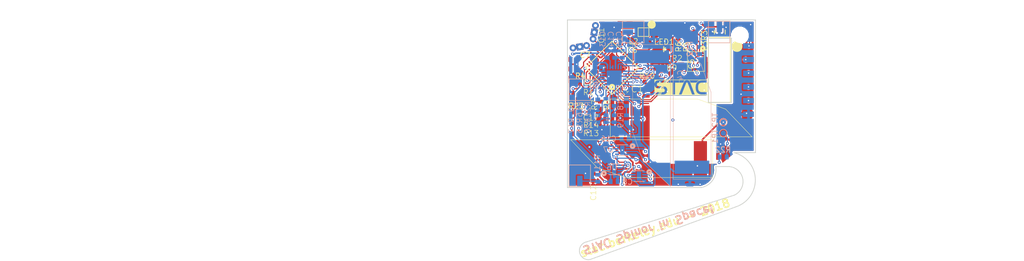
<source format=kicad_pcb>
(kicad_pcb (version 20171130) (host pcbnew 6.0.0-rc1-unknown)
  (title_block (title PCBSat) (date 2018-07-01) (rev v1.1) (company "Space Technologies at California"))
  (layers (0 Top signal) (1 Route2 power) (2 Route3 signal) (31 Bottom signal) (34 B.Paste user) (35 F.Paste user) (36 B.SilkS user) (37 F.SilkS user) (38 B.Mask user) (39 F.Mask user) (44 Edge.Cuts user))
  (net 0 "")
  (net 1 VCC)
  (net 2 GND)
  (net 3 VCCINT)
  (net 4 VCCIO)
  (net 5 VCCA)
  (net 6 "Net-(LED1-PadA)")
  (net 7 "Net-(C5-Pad1)")
  (net 8 "Net-(C4-Pad1)")
  (net 9 "Net-(R6-Pad2)")
  (net 10 /INT2)
  (net 11 /INT1)
  (net 12 "Net-(U2-Pad10)")
  (net 13 /DRDY)
  (net 14 /SDA)
  (net 15 /SCL)
  (net 16 /REG_D1)
  (net 17 /REG_D0)
  (net 18 /DSW)
  (net 19 "Net-(R10-Pad2)")
  (net 20 "Net-(R9-Pad1)")
  (net 21 /PGOOD)
  (net 22 "Net-(U5-Pad18)")
  (net 23 /VBAT)
  (net 24 /REGGOOD)
  (net 25 "Net-(R7-Pad1)")
  (net 26 "Net-(C9-Pad1)")
  (net 27 /SETHYS)
  (net 28 /SETPG)
  (net 29 /TERM)
  (net 30 /SETSD)
  (net 31 /REF)
  (net 32 /VCORE)
  (net 33 "Net-(C6-Pad2)")
  (net 34 "Net-(C6-Pad1)")
  (net 35 /RF_N)
  (net 36 /RF_P)
  (net 37 /EN_3)
  (net 38 "Net-(U1-Pad46)")
  (net 39 /EN_2)
  (net 40 /EN_1)
  (net 41 /TST)
  (net 42 "Net-(U1-Pad38)")
  (net 43 "Net-(U1-Pad36)")
  (net 44 "Net-(U1-Pad35)")
  (net 45 "Net-(R4-Pad1)")
  (net 46 "Net-(U1-Pad26)")
  (net 47 "Net-(U1-Pad23)")
  (net 48 "Net-(U1-Pad21)")
  (net 49 "Net-(U1-Pad20)")
  (net 50 "Net-(U1-Pad19)")
  (net 51 "Net-(U1-Pad18)")
  (net 52 "Net-(U1-Pad16)")
  (net 53 "Net-(R2-Pad1)")
  (net 54 /UART_RX)
  (net 55 /UART_TX)
  (net 56 /PWM2)
  (net 57 /PWM1)
  (net 58 "Net-(R11-Pad1)")
  (net 59 "Net-(L3-Pad2)")
  (net 60 "Net-(L4-Pad2)")
  (net 61 "Net-(R12-Pad1)")
  (net 62 "Net-(R22-Pad2)")
  (net 63 "Net-(R22-Pad1)")
  (net 64 "Net-(L3-Pad1)")
  (net 65 "Net-(L4-Pad1)")
  (net 66 /SWN)
  (net 67 /~RST)
  (net 68 "Net-(U1-Pad47)")
  (net 69 "Net-(U1-Pad17)")
  (module sprite:PCBSAT-TORQUECOIL-OFFSET (layer Bottom) (at 141.08 84.709 180)
    (fp_text reference L4 hide)
    (fp_text value PCBSAT-TORQUECOIL-OFFSET hide)
    (pad 2 smd rect (at 9 -1.016 180) (size 2 1) (layers Bottom B.Mask) (net 60 "Net-(L4-Pad2)"))
    (pad 1 smd rect (at -6.096 0.508 180) (size 2 1) (layers Bottom B.Mask) (net 65 "Net-(L4-Pad1)"))
  )
  (module sprite:PCBSAT-TORQUECOIL-OFFSET (layer Bottom) (at 122.1411 104.452074 270)
    (fp_text reference L3 hide)
    (fp_text value PCBSAT-TORQUECOIL-OFFSET hide)
    (pad 2 smd rect (at 9 -1.016 270) (size 2 1) (layers Bottom B.Mask) (net 59 "Net-(L3-Pad2)"))
    (pad 1 smd rect (at -6.096 0.508 270) (size 2 1) (layers Bottom B.Mask) (net 64 "Net-(L3-Pad1)"))
  )
  (module sprite:UMAC_TWOSIDE (layer Top) (at 149.1328 86.7264 90)
    (fp_text reference B1 hide)
    (fp_text value UMAC_TWOSIDE hide)
    (fp_text user + (at 1.016 -1.016 90) (layer F.SilkS))
    (fp_text user - (at 1.016 1.016 90) (layer F.SilkS))
    (pad V+ smd rect (at 2 0 90) (size 2 1) (layers Top F.Mask) (net 23 /VBAT))
    (pad V- smd rect (at 2 0 90) (size 2 1) (layers Bottom B.Mask) (net 2 GND))
  )
  (module sprite:R0402 (layer Bottom) (at 145.4912 89.154 90)
    (fp_text reference R12 (at 1.868074 -1.27 90) (layer B.SilkS) (effects (font (size 1.016 1.016) (thickness 0.1524)) (justify left bottom mirror)))
    (fp_text value 15R)
    (pad 2 smd rect (at 0.65 0 90) (size 0.7 0.9) (layers Bottom B.Paste B.Mask) (net 65 "Net-(L4-Pad1)"))
    (pad 1 smd rect (at -0.65 0 90) (size 0.7 0.9) (layers Bottom B.Paste B.Mask) (net 61 "Net-(R12-Pad1)"))
  )
  (module sprite:SON50P200X200X75-8N (layer Bottom) (at 134.1628 112.522 180)
    (fp_text reference U6 (at 3.937 1.016 180) (layer B.SilkS) (effects (font (size 1.016 1.016) (thickness 0.106479)) (justify left bottom mirror)))
    (fp_text value DRV8837)
    (pad 9 smd rect (at 0 0 180) (size 0.81 1.7) (layers Bottom B.Mask) (net 2 GND))
    (pad 8 smd roundrect (at 0.985 0.75 180) (size 0.76 0.27) (layers Bottom B.Paste B.Mask) (roundrect_rratio 0.125) (net 1 VCC))
    (pad 7 smd roundrect (at 0.985 0.25 180) (size 0.76 0.27) (layers Bottom B.Paste B.Mask) (roundrect_rratio 0.125) (net 39 /EN_2))
    (pad 6 smd roundrect (at 0.985 -0.25 180) (size 0.76 0.27) (layers Bottom B.Paste B.Mask) (roundrect_rratio 0.125) (net 57 /PWM1))
    (pad 5 smd roundrect (at 0.985 -0.75 180) (size 0.76 0.27) (layers Bottom B.Paste B.Mask) (roundrect_rratio 0.125) (net 56 /PWM2))
    (pad 4 smd roundrect (at -0.985 -0.75 180) (size 0.76 0.27) (layers Bottom B.Paste B.Mask) (roundrect_rratio 0.125) (net 2 GND))
    (pad 3 smd roundrect (at -0.985 -0.25 180) (size 0.76 0.27) (layers Bottom B.Paste B.Mask) (roundrect_rratio 0.125) (net 60 "Net-(L4-Pad2)"))
    (pad 2 smd roundrect (at -0.985 0.25 180) (size 0.76 0.27) (layers Bottom B.Paste B.Mask) (roundrect_rratio 0.125) (net 61 "Net-(R12-Pad1)"))
    (pad 1 smd roundrect (at -0.985 0.75 180) (size 0.76 0.27) (layers Bottom B.Paste B.Mask) (roundrect_rratio 0.125) (net 4 VCCIO))
  )
  (module sprite:R0402 (layer Top) (at 142.9004 86.2584 270)
    (fp_text reference R5 (at 1.123926 0.508 270) (layer F.SilkS) (effects (font (size 1.016 1.016) (thickness 0.127)) (justify right top)))
    (fp_text value 10K)
    (pad 2 smd rect (at 0.65 0 270) (size 0.7 0.9) (layers Top F.Paste F.Mask) (net 14 /SDA))
    (pad 1 smd rect (at -0.65 0 270) (size 0.7 0.9) (layers Top F.Paste F.Mask) (net 1 VCC))
  )
  (module sprite:C0402 (layer Top) (at 145.034 95.7984 270)
    (fp_text reference C5 (at -3.048 0.508 270) (layer F.SilkS) (effects (font (size 1.016 1.016) (thickness 0.127)) (justify left bottom)))
    (fp_text value 0.1u)
    (pad 2 smd rect (at 0.65 0 270) (size 0.7 0.9) (layers Top F.Paste F.Mask) (net 2 GND))
    (pad 1 smd rect (at -0.65 0 270) (size 0.7 0.9) (layers Top F.Paste F.Mask) (net 7 "Net-(C5-Pad1)"))
  )
  (module sprite:R0402 (layer Top) (at 122.555 98.552)
    (fp_text reference R23 (at -1.651 1.524) (layer F.SilkS) (effects (font (size 1.016 1.016) (thickness 0.127)) (justify left bottom)))
    (fp_text value 0)
    (pad 2 smd rect (at 0.65 0) (size 0.7 0.9) (layers Top F.Paste F.Mask) (net 21 /PGOOD))
    (pad 1 smd rect (at -0.65 0) (size 0.7 0.9) (layers Top F.Paste F.Mask) (net 67 /~RST))
  )
  (module TestPoint:TestPoint_Pad_D1.0mm (layer Bottom) (at 149.86 102.489 270)
    (fp_text reference TP2 (at -0.381 1.524 270) (layer B.SilkS) (effects (justify mirror)))
    (fp_text value Test_Point)
    (pad 1 smd circle (at 0 0 270) (size 1 1) (layers Bottom B.Mask) (net 63 "Net-(R22-Pad1)"))
  )
  (module TestPoint:TestPoint_Pad_D1.0mm (layer Bottom) (at 149.86 104.521 270)
    (fp_text reference TP1 (at 0.635 1.524 270) (layer B.SilkS) (effects (justify mirror)))
    (fp_text value Test_Point)
    (pad 1 smd circle (at 0 0 270) (size 1 1) (layers Bottom B.Mask) (net 63 "Net-(R22-Pad1)"))
  )
  (module sprite:C0402 (layer Top) (at 142.9512 95.7476 270)
    (fp_text reference C4 (at -3.048 0.508 270) (layer B.SilkS) (effects (font (thickness 0.1)) (justify left bottom mirror)))
    (fp_text value 10n)
    (pad 2 smd rect (at 0.65 0 270) (size 0.7 0.9) (layers Top F.Paste F.Mask) (net 2 GND))
    (pad 1 smd rect (at -0.65 0 270) (size 0.7 0.9) (layers Top F.Paste F.Mask) (net 8 "Net-(C4-Pad1)"))
  )
  (module sprite:LPS4018-223M (layer Bottom) (at 125.984 91.948)
    (fp_text reference L1 hide)
    (fp_text value LPS4018-223M hide)
    (pad P$1 smd custom (at -3.5306 -0.0254 180) (size 0.508 0.508) (layers Bottom B.Paste B.Mask) (net 3 VCCINT) (options (clearance outline) (anchor rect)) (primitives (gr_poly (pts (xy -0.9398 1.8542) (xy -0.1778 1.8542) (xy 0.3556 1.3208) (xy 0.3556 -1.397) (xy -0.1524 -1.8796) (xy -0.9398 -1.8796) (xy -0.9398 -1.2192) (xy -0.381 -0.635) (xy -0.381 0.5842) (xy -0.9398 1.1684)) (width 0.15))))
    (pad P$2 smd custom (at 0.0254 0.0254) (size 0.508 0.508) (layers Bottom B.Paste B.Mask) (net 66 /SWN) (options (clearance outline) (anchor rect)) (primitives (gr_poly (pts (xy -0.9398 1.8542) (xy -0.1778 1.8542) (xy 0.3556 1.3208) (xy 0.3556 -1.397) (xy -0.1524 -1.8796) (xy -0.9398 -1.8796) (xy -0.9398 -1.2192) (xy -0.381 -0.635) (xy -0.381 0.5842) (xy -0.9398 1.1684)) (width 0.15))))
  )
  (module sprite:SON50P200X200X75-8N (layer Bottom) (at 129.54 111.252)
    (fp_text reference U4 (at 4.318 0.508) (layer B.SilkS) (effects (font (size 1.016 1.016) (thickness 0.106479)) (justify left bottom mirror)))
    (fp_text value DRV8837)
    (pad 9 smd rect (at 0 0) (size 0.81 1.7) (layers Bottom B.Mask) (net 2 GND))
    (pad 8 smd roundrect (at 0.985 0.75) (size 0.76 0.27) (layers Bottom B.Paste B.Mask) (roundrect_rratio 0.125) (net 1 VCC))
    (pad 7 smd roundrect (at 0.985 0.25) (size 0.76 0.27) (layers Bottom B.Paste B.Mask) (roundrect_rratio 0.125) (net 40 /EN_1))
    (pad 6 smd roundrect (at 0.985 -0.25) (size 0.76 0.27) (layers Bottom B.Paste B.Mask) (roundrect_rratio 0.125) (net 57 /PWM1))
    (pad 5 smd roundrect (at 0.985 -0.75) (size 0.76 0.27) (layers Bottom B.Paste B.Mask) (roundrect_rratio 0.125) (net 56 /PWM2))
    (pad 4 smd roundrect (at -0.985 -0.75) (size 0.76 0.27) (layers Bottom B.Paste B.Mask) (roundrect_rratio 0.125) (net 2 GND))
    (pad 3 smd roundrect (at -0.985 -0.25) (size 0.76 0.27) (layers Bottom B.Paste B.Mask) (roundrect_rratio 0.125) (net 64 "Net-(L3-Pad1)"))
    (pad 2 smd roundrect (at -0.985 0.25) (size 0.76 0.27) (layers Bottom B.Paste B.Mask) (roundrect_rratio 0.125) (net 58 "Net-(R11-Pad1)"))
    (pad 1 smd roundrect (at -0.985 0.75) (size 0.76 0.27) (layers Bottom B.Paste B.Mask) (roundrect_rratio 0.125) (net 4 VCCIO))
  )
  (module sprite:SON50P200X200X75-8N (layer Bottom) (at 131.064 107.696 180)
    (fp_text reference U7 (at 1.524 -0.508 180) (layer B.SilkS) (effects (font (size 1.016 1.016) (thickness 0.106479)) (justify left bottom mirror)))
    (fp_text value DRV8837)
    (pad 9 smd rect (at 0 0 180) (size 0.81 1.7) (layers Bottom B.Mask) (net 2 GND))
    (pad 8 smd roundrect (at 0.985 0.75 180) (size 0.76 0.27) (layers Bottom B.Paste B.Mask) (roundrect_rratio 0.125) (net 1 VCC))
    (pad 7 smd roundrect (at 0.985 0.25 180) (size 0.76 0.27) (layers Bottom B.Paste B.Mask) (roundrect_rratio 0.125) (net 37 /EN_3))
    (pad 6 smd roundrect (at 0.985 -0.25 180) (size 0.76 0.27) (layers Bottom B.Paste B.Mask) (roundrect_rratio 0.125) (net 57 /PWM1))
    (pad 5 smd roundrect (at 0.985 -0.75 180) (size 0.76 0.27) (layers Bottom B.Paste B.Mask) (roundrect_rratio 0.125) (net 56 /PWM2))
    (pad 4 smd roundrect (at -0.985 -0.75 180) (size 0.76 0.27) (layers Bottom B.Paste B.Mask) (roundrect_rratio 0.125) (net 2 GND))
    (pad 3 smd roundrect (at -0.985 -0.25 180) (size 0.76 0.27) (layers Bottom B.Paste B.Mask) (roundrect_rratio 0.125) (net 62 "Net-(R22-Pad2)"))
    (pad 2 smd roundrect (at -0.985 0.25 180) (size 0.76 0.27) (layers Bottom B.Paste B.Mask) (roundrect_rratio 0.125) (net 63 "Net-(R22-Pad1)"))
    (pad 1 smd roundrect (at -0.985 0.75 180) (size 0.76 0.27) (layers Bottom B.Paste B.Mask) (roundrect_rratio 0.125) (net 4 VCCIO))
  )
  (module sprite:R0402 (layer Top) (at 135.89 94.996 180)
    (fp_text reference R10 (at 1.778 0.508 180) (layer F.SilkS) (effects (font (size 1.016 1.016) (thickness 0.1016)) (justify left bottom)))
    (fp_text value 200k)
    (pad 2 smd rect (at 0.65 0 180) (size 0.7 0.9) (layers Top F.Paste F.Mask) (net 19 "Net-(R10-Pad2)"))
    (pad 1 smd rect (at -0.65 0 180) (size 0.7 0.9) (layers Top F.Paste F.Mask) (net 2 GND))
  )
  (module sprite:R0402 (layer Top) (at 122.047 92.583 180)
    (fp_text reference R4 (at -0.127 -1.905 180) (layer F.SilkS) (effects (font (size 1.016 1.016) (thickness 0.1524)) (justify left bottom)))
    (fp_text value 56K)
    (pad 2 smd rect (at 0.65 0 180) (size 0.7 0.9) (layers Top F.Paste F.Mask) (net 2 GND))
    (pad 1 smd rect (at -0.65 0 180) (size 0.7 0.9) (layers Top F.Paste F.Mask) (net 45 "Net-(R4-Pad1)"))
  )
  (module sprite:0603 (layer Top) (at 131.572 84.201 180)
    (fp_text reference L2 (at -2.54 -2.667) (layer F.SilkS) (effects (font (size 1.016 1.016) (thickness 0.127)) (justify right top)))
    (fp_text value "12 nH" hide)
    (pad 2 smd rect (at 0.85 0 180) (size 1.1 1) (layers Top F.Paste F.Mask) (net 5 VCCA))
    (pad 1 smd rect (at -0.85 0 180) (size 1.1 1) (layers Top F.Paste F.Mask) (net 1 VCC))
  )
  (module sprite:R0402 (layer Bottom) (at 126.492 101.854 90)
    (fp_text reference R17 (at 0.254 -4.318 90) (layer B.SilkS) (effects (font (size 1.016 1.016) (thickness 0.1016)) (justify left bottom mirror)))
    (fp_text value 4.53M)
    (pad 2 smd rect (at 0.65 0 90) (size 0.7 0.9) (layers Bottom B.Paste B.Mask) (net 27 /SETHYS))
    (pad 1 smd rect (at -0.65 0 90) (size 0.7 0.9) (layers Bottom B.Paste B.Mask) (net 2 GND))
  )
  (module sprite:R0402 (layer Bottom) (at 129.54 101.854 270)
    (fp_text reference R20 (at -0.254 4.318 270) (layer B.SilkS) (effects (font (size 1.016 1.016) (thickness 0.1016)) (justify left bottom mirror)))
    (fp_text value 4.42M)
    (pad 2 smd rect (at 0.65 0 270) (size 0.7 0.9) (layers Bottom B.Paste B.Mask) (net 31 /REF))
    (pad 1 smd rect (at -0.65 0 270) (size 0.7 0.9) (layers Bottom B.Paste B.Mask) (net 29 /TERM))
  )
  (module sprite:QFN50P400X400X100-25N (layer Bottom) (at 129.5411 94.252074 90)
    (fp_text reference U5 (at 0.018074 -2.7951 90) (layer B.SilkS) (effects (font (thickness 0.1)) (justify left bottom mirror)))
    (fp_text value ADP5092)
    (pad 24 smd roundrect (at -1.25 1.98 180) (size 0.76 0.26) (layers Bottom B.Paste B.Mask) (roundrect_rratio 0.035) (net 17 /REG_D0))
    (pad 23 smd roundrect (at -0.75 1.98 180) (size 0.76 0.26) (layers Bottom B.Paste B.Mask) (roundrect_rratio 0.035) (net 16 /REG_D1))
    (pad 22 smd roundrect (at -0.25 1.98 180) (size 0.76 0.26) (layers Bottom B.Paste B.Mask) (roundrect_rratio 0.035) (net 18 /DSW))
    (pad 21 smd roundrect (at 0.25 1.98 180) (size 0.76 0.26) (layers Bottom B.Paste B.Mask) (roundrect_rratio 0.035) (net 19 "Net-(R10-Pad2)"))
    (pad 20 smd roundrect (at 0.75 1.98 180) (size 0.76 0.26) (layers Bottom B.Paste B.Mask) (roundrect_rratio 0.035) (net 20 "Net-(R9-Pad1)"))
    (pad 19 smd roundrect (at 1.25 1.98 180) (size 0.76 0.26) (layers Bottom B.Paste B.Mask) (roundrect_rratio 0.035) (net 21 /PGOOD))
    (pad 18 smd roundrect (at 1.98 1.25 270) (size 0.76 0.26) (layers Bottom B.Paste B.Mask) (roundrect_rratio 0.035) (net 22 "Net-(U5-Pad18)"))
    (pad 17 smd roundrect (at 1.98 0.75 270) (size 0.76 0.26) (layers Bottom B.Paste B.Mask) (roundrect_rratio 0.035) (net 23 /VBAT))
    (pad 16 smd roundrect (at 1.98 0.25 270) (size 0.76 0.26) (layers Bottom B.Paste B.Mask) (roundrect_rratio 0.035) (net 1 VCC))
    (pad 15 smd roundrect (at 1.98 -0.25 270) (size 0.76 0.26) (layers Bottom B.Paste B.Mask) (roundrect_rratio 0.035) (net 4 VCCIO))
    (pad 14 smd roundrect (at 1.98 -0.75 270) (size 0.76 0.26) (layers Bottom B.Paste B.Mask) (roundrect_rratio 0.035) (net 4 VCCIO))
    (pad 13 smd roundrect (at 1.98 -1.25 270) (size 0.76 0.26) (layers Bottom B.Paste B.Mask) (roundrect_rratio 0.035) (net 66 /SWN))
    (pad 12 smd roundrect (at 1.25 -1.98) (size 0.76 0.26) (layers Bottom B.Paste B.Mask) (roundrect_rratio 0.035) (net 2 GND))
    (pad 11 smd roundrect (at 0.75 -1.98) (size 0.76 0.26) (layers Bottom B.Paste B.Mask) (roundrect_rratio 0.035) (net 24 /REGGOOD))
    (pad 10 smd roundrect (at 0.25 -1.98) (size 0.76 0.26) (layers Bottom B.Paste B.Mask) (roundrect_rratio 0.035) (net 3 VCCINT))
    (pad 9 smd roundrect (at -0.25 -1.98) (size 0.76 0.26) (layers Bottom B.Paste B.Mask) (roundrect_rratio 0.035) (net 25 "Net-(R7-Pad1)"))
    (pad 8 smd roundrect (at -0.75 -1.98) (size 0.76 0.26) (layers Bottom B.Paste B.Mask) (roundrect_rratio 0.035) (net 26 "Net-(C9-Pad1)"))
    (pad 7 smd roundrect (at -1.25 -1.98) (size 0.76 0.26) (layers Bottom B.Paste B.Mask) (roundrect_rratio 0.035) (net 2 GND))
    (pad 6 smd roundrect (at -1.98 -1.25 90) (size 0.76 0.26) (layers Bottom B.Paste B.Mask) (roundrect_rratio 0.035) (net 27 /SETHYS))
    (pad 5 smd roundrect (at -1.98 -0.75 90) (size 0.76 0.26) (layers Bottom B.Paste B.Mask) (roundrect_rratio 0.035) (net 28 /SETPG))
    (pad 4 smd roundrect (at -1.98 -0.25 90) (size 0.76 0.26) (layers Bottom B.Paste B.Mask) (roundrect_rratio 0.035) (net 29 /TERM))
    (pad 3 smd roundrect (at -1.98 0.25 90) (size 0.76 0.26) (layers Bottom B.Paste B.Mask) (roundrect_rratio 0.035) (net 2 GND))
    (pad 2 smd roundrect (at -1.98 0.75 90) (size 0.76 0.26) (layers Bottom B.Paste B.Mask) (roundrect_rratio 0.035) (net 30 /SETSD))
    (pad 25 smd rect (at 0 0 90) (size 2.8 2.8) (layers Bottom B.Mask) (net 2 GND))
    (pad 1 smd roundrect (at -1.98 1.25 90) (size 0.76 0.26) (layers Bottom B.Paste B.Mask) (roundrect_rratio 0.035) (net 31 /REF))
  )
  (module sprite:C0402 (layer Bottom) (at 131.572 105.664)
    (fp_text reference C16 (at -1.524 0.508) (layer B.SilkS) (effects (font (size 1.016 1.016) (thickness 0.1016)) (justify left bottom mirror)))
    (fp_text value 10u)
    (pad 2 smd rect (at 0.65 0) (size 0.7 0.9) (layers Bottom B.Paste B.Mask) (net 2 GND))
    (pad 1 smd rect (at -0.65 0) (size 0.7 0.9) (layers Bottom B.Paste B.Mask) (net 4 VCCIO))
  )
  (module sprite:R0402 (layer Bottom) (at 131.826 101.854 90)
    (fp_text reference R19 (at 1.27 -0.508 90) (layer B.SilkS) (effects (font (size 1.016 1.016) (thickness 0.1)) (justify left bottom mirror)))
    (fp_text value 5M)
    (pad 2 smd rect (at 0.65 0 90) (size 0.7 0.9) (layers Bottom B.Paste B.Mask) (net 30 /SETSD))
    (pad 1 smd rect (at -0.65 0 90) (size 0.7 0.9) (layers Bottom B.Paste B.Mask) (net 2 GND))
  )
  (module sprite:SPRITEPIN_SPRITE_PIN (layer Top) (at 138.3411 84.952074)
    (fp_text reference X1 hide)
    (fp_text value SPRITEPIN_SPRITE_PIN hide)
    (pad PIN connect circle (at 0 0) (size 2.286 2.286) (layers Top F.Mask) (net 1 VCC))
  )
  (module sprite:SPRITEPIN_SPRITE_PIN (layer Top) (at 154.3411 100.952074)
    (fp_text reference X2 hide)
    (fp_text value SPRITEPIN_SPRITE_PIN hide)
    (pad PIN connect circle (at 0 0) (size 2.286 2.286) (layers Top F.Mask) (net 2 GND))
  )
  (module sprite:M20-7910442R (layer Bottom) (at 154.5411 94.652074 270)
    (fp_text reference J1 hide)
    (fp_text value M20-7910442R hide)
    (pad 6 smd rect (at 6.35 0 270) (size 1.02 2) (layers Bottom B.Paste B.Mask) (net 2 GND))
    (pad 5 smd rect (at 3.81 0 270) (size 1.02 2) (layers Bottom B.Paste B.Mask) (net 54 /UART_RX))
    (pad 4 smd rect (at 1.27 0 270) (size 1.02 2) (layers Bottom B.Paste B.Mask) (net 55 /UART_TX))
    (pad 3 smd rect (at -1.27 0 270) (size 1.02 2) (layers Bottom B.Paste B.Mask) (net 41 /TST))
    (pad 1 smd rect (at -6.35 0 270) (size 1.02 2) (layers Bottom B.Paste B.Mask) (net 1 VCC))
    (pad 2 smd rect (at -3.81 0 270) (size 1.02 2) (layers Bottom B.Paste B.Mask) (net 67 /~RST))
  )
  (module sprite:C0402 (layer Top) (at 125.6284 112.7252 270)
    (fp_text reference C12 (at 4.445 -0.635 270) (layer F.SilkS) (effects (font (size 1.016 1.016) (thickness 0.1016)) (justify left bottom)))
    (fp_text value 10u)
    (pad 2 smd rect (at 0.65 0 270) (size 0.7 0.9) (layers Top F.Paste F.Mask) (net 2 GND))
    (pad 1 smd rect (at -0.65 0 270) (size 0.7 0.9) (layers Top F.Paste F.Mask) (net 4 VCCIO))
  )
  (module sprite:TRISOLX-STRAIGHT-RS (layer Top) (at 140.716 102.616)
    (fp_text reference D2 hide)
    (fp_text value TRISOLX-WINGSTRAIGHT-RS hide)
    (pad P$2 smd custom (at 11.2395 1.016) (size 1.524 1.524) (layers Top F.Mask) (net 3 VCCINT) (options (clearance outline) (anchor circle)) (primitives (gr_poly (pts (xy 3.1115 1.524) (xy -1.0795 1.524) (xy -1.0795 -2.794)) (width 0.15))))
    (pad P$2 smd rect (at -9.652 -0.889 90) (size 6.4516 2.4384) (layers Top F.Mask) (net 3 VCCINT))
    (pad P$1 smd rect (at -12.9032 -0.508 90) (size 1.27 0.635) (layers Top F.Mask) (net 2 GND))
  )
  (module sprite:TRISOLX-STRAIGHT-RS (layer Bottom) (at 143.129 101.219 90)
    (fp_text reference D4 hide)
    (fp_text value TRISOLX-WINGSTRAIGHT-RS hide)
    (pad P$2 smd custom (at 11.2395 -1.016 90) (size 1.524 1.524) (layers Bottom B.Mask) (net 3 VCCINT) (options (clearance outline) (anchor circle)) (primitives (gr_poly (pts (xy 3.1115 -1.524) (xy -1.0795 -1.524) (xy -1.0795 2.794)) (width 0.15))))
    (pad P$2 smd rect (at -9.652 0.889) (size 6.4516 2.4384) (layers Bottom B.Mask) (net 3 VCCINT))
    (pad P$1 smd rect (at -12.9032 0.508) (size 1.27 0.635) (layers Bottom B.Mask) (net 2 GND))
  )
  (module sprite:TRISOLX-STRAIGHT-RS (layer Bottom) (at 137.414 99.952074 270)
    (fp_text reference D3 hide)
    (fp_text value TRISOLX-WINGSTRAIGHT-RS hide)
    (pad P$2 smd custom (at 11.2395 -1.016 270) (size 1.524 1.524) (layers Bottom B.Mask) (net 3 VCCINT) (options (clearance outline) (anchor circle)) (primitives (gr_poly (pts (xy 3.1115 -1.524) (xy -1.0795 -1.524) (xy -1.0795 2.794)) (width 0.15))))
    (pad P$2 smd rect (at -9.652 0.889 180) (size 6.4516 2.4384) (layers Bottom B.Mask) (net 3 VCCINT))
    (pad P$1 smd rect (at -12.9032 0.508 180) (size 1.27 0.635) (layers Bottom B.Mask) (net 2 GND))
  )
  (module sprite:TRISOLX-STRAIGHT-RS (layer Top) (at 135.9411 108.352074 180)
    (fp_text reference D1 hide)
    (fp_text value TRISOLX-WINGSTRAIGHT-RS hide)
    (pad P$2 smd custom (at 11.2395 1.016 180) (size 1.524 1.524) (layers Top F.Mask) (net 3 VCCINT) (options (clearance outline) (anchor circle)) (primitives (gr_poly (pts (xy 3.1115 1.524) (xy -1.0795 1.524) (xy -1.0795 -2.794)) (width 0.15))))
    (pad P$2 smd rect (at -9.652 -0.889 270) (size 6.4516 2.4384) (layers Top F.Mask) (net 3 VCCINT))
    (pad P$1 smd rect (at -12.9032 -0.508 270) (size 1.27 0.635) (layers Top F.Mask) (net 2 GND))
  )
  (module sprite:R0402 (layer Top) (at 138.938 90.424)
    (fp_text reference R2 (at 1.27 0.762) (layer F.SilkS) (effects (font (size 1.016 1.016) (thickness 0.1016)) (justify left bottom)))
    (fp_text value 270R)
    (pad 2 smd rect (at 0.65 0) (size 0.7 0.9) (layers Top F.Paste F.Mask) (net 6 "Net-(LED1-PadA)"))
    (pad 1 smd rect (at -0.65 0) (size 0.7 0.9) (layers Top F.Paste F.Mask) (net 53 "Net-(R2-Pad1)"))
  )
  (module sprite:R0402 (layer Top) (at 122.316 104.648 180)
    (fp_text reference R13 (at -1.382 -0.508 180) (layer F.SilkS) (effects (font (size 1.016 1.016) (thickness 0.1016)) (justify left bottom)))
    (fp_text value OPT)
    (pad 2 smd rect (at 0.65 0 180) (size 0.7 0.9) (layers Top F.Paste F.Mask) (net 1 VCC))
    (pad 1 smd rect (at -0.65 0 180) (size 0.7 0.9) (layers Top F.Paste F.Mask) (net 4 VCCIO))
  )
  (module sprite:R0402 (layer Top) (at 124.968 99.314 270)
    (fp_text reference R7 (at 1.016 -1.524 270) (layer F.SilkS) (effects (font (size 1.016 1.016) (thickness 0.1016)) (justify left bottom)))
    (fp_text value 150K)
    (pad 2 smd rect (at 0.65 0 270) (size 0.7 0.9) (layers Top F.Paste F.Mask) (net 3 VCCINT))
    (pad 1 smd rect (at -0.65 0 270) (size 0.7 0.9) (layers Top F.Paste F.Mask) (net 25 "Net-(R7-Pad1)"))
  )
  (module sprite:R0402 (layer Bottom) (at 149.8411 108.952074 180)
    (fp_text reference R22 (at -1.5429 0.748074 180) (layer B.SilkS) (effects (font (size 1.016 1.016) (thickness 0.1524)) (justify left bottom mirror)))
    (fp_text value 15R)
    (pad 2 smd rect (at 0.65 0 180) (size 0.7 0.9) (layers Bottom B.Paste B.Mask) (net 62 "Net-(R22-Pad2)"))
    (pad 1 smd rect (at -0.65 0 180) (size 0.7 0.9) (layers Bottom B.Paste B.Mask) (net 63 "Net-(R22-Pad1)"))
  )
  (module sprite:R0402 (layer Bottom) (at 129.54 98.806 90)
    (fp_text reference R21 (at 0.254 -4.318 90) (layer B.SilkS) (effects (font (size 1.016 1.016) (thickness 0.1016)) (justify left bottom mirror)))
    (fp_text value 5.6M)
    (pad 2 smd rect (at 0.65 0 90) (size 0.7 0.9) (layers Bottom B.Paste B.Mask) (net 29 /TERM))
    (pad 1 smd rect (at -0.65 0 90) (size 0.7 0.9) (layers Bottom B.Paste B.Mask) (net 2 GND))
  )
  (module sprite:R0402 (layer Top) (at 122.57 97.155 180)
    (fp_text reference R1 (at -1.128 -0.381 180) (layer F.SilkS) (effects (font (size 1.016 1.016) (thickness 0.1016)) (justify left bottom)))
    (fp_text value 43K)
    (pad 2 smd rect (at 0.65 0 180) (size 0.7 0.9) (layers Top F.Paste F.Mask) (net 67 /~RST))
    (pad 1 smd rect (at -0.65 0 180) (size 0.7 0.9) (layers Top F.Paste F.Mask) (net 1 VCC))
  )
  (module sprite:R0402 (layer Bottom) (at 131.826 98.806 90)
    (fp_text reference R18 (at 1.524 -0.508 90) (layer B.SilkS) (effects (font (size 1.016 1.016) (thickness 0.1)) (justify left bottom mirror)))
    (fp_text value 5M)
    (pad 2 smd rect (at 0.65 0 90) (size 0.7 0.9) (layers Bottom B.Paste B.Mask) (net 31 /REF))
    (pad 1 smd rect (at -0.65 0 90) (size 0.7 0.9) (layers Bottom B.Paste B.Mask) (net 30 /SETSD))
  )
  (module sprite:R0402 (layer Top) (at 144.7292 86.3092 270)
    (fp_text reference R3 (at -1.035074 -1.016 270) (layer F.SilkS) (effects (font (size 1.016 1.016) (thickness 0.127)) (justify right top)))
    (fp_text value 10K)
    (pad 2 smd rect (at 0.65 0 270) (size 0.7 0.9) (layers Top F.Paste F.Mask) (net 15 /SCL))
    (pad 1 smd rect (at -0.65 0 270) (size 0.7 0.9) (layers Top F.Paste F.Mask) (net 1 VCC))
  )
  (module sprite:R0402 (layer Top) (at 141.4272 86.2584 270)
    (fp_text reference R6 (at 1.123926 0.508 270) (layer F.SilkS) (effects (font (size 1.016 1.016) (thickness 0.127)) (justify right top)))
    (fp_text value 10K)
    (pad 2 smd rect (at 0.65 0 270) (size 0.7 0.9) (layers Top F.Paste F.Mask) (net 9 "Net-(R6-Pad2)"))
    (pad 1 smd rect (at -0.65 0 270) (size 0.7 0.9) (layers Top F.Paste F.Mask) (net 1 VCC))
  )
  (module sprite:R0402 (layer Top) (at 127 99.314 90)
    (fp_text reference R8 (at -1.016 1.778 90) (layer F.SilkS) (effects (font (size 1.016 1.016) (thickness 0.1016)) (justify left bottom)))
    (fp_text value 1M)
    (pad 2 smd rect (at 0.65 0 90) (size 0.7 0.9) (layers Top F.Paste F.Mask) (net 25 "Net-(R7-Pad1)"))
    (pad 1 smd rect (at -0.65 0 90) (size 0.7 0.9) (layers Top F.Paste F.Mask) (net 2 GND))
  )
  (module sprite:R0402 (layer Top) (at 137.922 92.456)
    (fp_text reference R9 (at 1.27 0.508) (layer F.SilkS) (effects (font (size 1.016 1.016) (thickness 0.1016)) (justify left bottom)))
    (fp_text value 7K)
    (pad 2 smd rect (at 0.65 0) (size 0.7 0.9) (layers Top F.Paste F.Mask) (net 2 GND))
    (pad 1 smd rect (at -0.65 0) (size 0.7 0.9) (layers Top F.Paste F.Mask) (net 20 "Net-(R9-Pad1)"))
  )
  (module sprite:R0402 (layer Bottom) (at 126.492 112.918 270)
    (fp_text reference R11 (at -4.46 -0.508 270) (layer B.SilkS) (effects (font (size 1.016 1.016) (thickness 0.1016)) (justify left bottom mirror)))
    (fp_text value 15R)
    (pad 2 smd rect (at 0.65 0 270) (size 0.7 0.9) (layers Bottom B.Paste B.Mask) (net 59 "Net-(L3-Pad2)"))
    (pad 1 smd rect (at -0.65 0 270) (size 0.7 0.9) (layers Bottom B.Paste B.Mask) (net 58 "Net-(R11-Pad1)"))
  )
  (module sprite:R0402 (layer Bottom) (at 128.016 98.806 270)
    (fp_text reference R16 (at -0.254 4.318 270) (layer B.SilkS) (effects (font (size 1.016 1.016) (thickness 0.1016)) (justify left bottom mirror)))
    (fp_text value 453K)
    (pad 2 smd rect (at 0.65 0 270) (size 0.7 0.9) (layers Bottom B.Paste B.Mask) (net 28 /SETPG))
    (pad 1 smd rect (at -0.65 0 270) (size 0.7 0.9) (layers Bottom B.Paste B.Mask) (net 27 /SETHYS))
  )
  (module sprite:R0402 (layer Top) (at 122.316 102.616)
    (fp_text reference R14 (at 1.382 1.016) (layer F.SilkS) (effects (font (size 1.016 1.016) (thickness 0.1016)) (justify left bottom)))
    (fp_text value OPT)
    (pad 2 smd rect (at 0.65 0) (size 0.7 0.9) (layers Top F.Paste F.Mask) (net 3 VCCINT))
    (pad 1 smd rect (at -0.65 0) (size 0.7 0.9) (layers Top F.Paste F.Mask) (net 1 VCC))
  )
  (module sprite:R0402 (layer Bottom) (at 128.016 101.854 270)
    (fp_text reference R15 (at -0.254 4.318 270) (layer B.SilkS) (effects (font (size 1.016 1.016) (thickness 0.1016)) (justify left bottom mirror)))
    (fp_text value 5.49M)
    (pad 2 smd rect (at 0.65 0 270) (size 0.7 0.9) (layers Bottom B.Paste B.Mask) (net 31 /REF))
    (pad 1 smd rect (at -0.65 0 270) (size 0.7 0.9) (layers Bottom B.Paste B.Mask) (net 28 /SETPG))
  )
  (module sprite:C0402 (layer Top) (at 146.2024 86.3092 90)
    (fp_text reference C3 (at -3.048 0.762 90) (layer F.SilkS) (effects (font (size 1.016 1.016) (thickness 0.127)) (justify left bottom)))
    (fp_text value 0.1u)
    (pad 2 smd rect (at 0.65 0 90) (size 0.7 0.9) (layers Top F.Paste F.Mask) (net 2 GND))
    (pad 1 smd rect (at -0.65 0 90) (size 0.7 0.9) (layers Top F.Paste F.Mask) (net 1 VCC))
  )
  (module sprite:C0402 (layer Top) (at 122.047 90.805 180)
    (fp_text reference C7 (at -3.175 1.397 180) (layer F.SilkS) (effects (font (size 1.016 1.016) (thickness 0.1524)) (justify right top)))
    (fp_text value 470n)
    (pad 2 smd rect (at 0.65 0 180) (size 0.7 0.9) (layers Top F.Paste F.Mask) (net 2 GND))
    (pad 1 smd rect (at -0.65 0 180) (size 0.7 0.9) (layers Top F.Paste F.Mask) (net 5 VCCA))
  )
  (module sprite:C0402 (layer Bottom) (at 129.6411 89.852074 90)
    (fp_text reference C14 (at 4.381074 -0.1011 90) (layer B.SilkS) (effects (font (size 1.016 1.016) (thickness 0.1016)) (justify left bottom mirror)))
    (fp_text value 4.7u)
    (pad 2 smd rect (at 0.65 0 90) (size 0.7 0.9) (layers Bottom B.Paste B.Mask) (net 2 GND))
    (pad 1 smd rect (at -0.65 0 90) (size 0.7 0.9) (layers Bottom B.Paste B.Mask) (net 1 VCC))
  )
  (module sprite:C0402 (layer Bottom) (at 131.0411 89.852074 90)
    (fp_text reference C15 (at 4.381074 0.0229 90) (layer B.SilkS) (effects (font (size 1.016 1.016) (thickness 0.1016)) (justify left bottom mirror)))
    (fp_text value 0.1u)
    (pad 2 smd rect (at 0.65 0 90) (size 0.7 0.9) (layers Bottom B.Paste B.Mask) (net 2 GND))
    (pad 1 smd rect (at -0.65 0 90) (size 0.7 0.9) (layers Bottom B.Paste B.Mask) (net 1 VCC))
  )
  (module sprite:C0402 (layer Top) (at 122.316 100.584 180)
    (fp_text reference C17 (at -4.43 -0.508 180) (layer F.SilkS) (effects (font (size 1.016 1.016) (thickness 0.1016)) (justify right top)))
    (fp_text value 10u)
    (pad 2 smd rect (at 0.65 0 180) (size 0.7 0.9) (layers Top F.Paste F.Mask) (net 2 GND))
    (pad 1 smd rect (at -0.65 0 180) (size 0.7 0.9) (layers Top F.Paste F.Mask) (net 3 VCCINT))
  )
  (module sprite:C0402 (layer Top) (at 131.572 85.979)
    (fp_text reference C6 (at 0.254 3.683) (layer F.SilkS) (effects (font (size 1.016 1.016) (thickness 0.1016)) (justify left bottom)))
    (fp_text value 10n)
    (pad 2 smd rect (at 0.65 0) (size 0.7 0.9) (layers Top F.Paste F.Mask) (net 33 "Net-(C6-Pad2)"))
    (pad 1 smd rect (at -0.65 0) (size 0.7 0.9) (layers Top F.Paste F.Mask) (net 34 "Net-(C6-Pad1)"))
  )
  (module sprite:C0402 (layer Top) (at 122.54 95.25)
    (fp_text reference C2 (at 1.158 0.508) (layer F.SilkS) (effects (font (size 1.016 1.016) (thickness 0.1016)) (justify left bottom)))
    (fp_text value 2.2n)
    (pad 2 smd rect (at 0.65 0) (size 0.7 0.9) (layers Top F.Paste F.Mask) (net 67 /~RST))
    (pad 1 smd rect (at -0.65 0) (size 0.7 0.9) (layers Top F.Paste F.Mask) (net 2 GND))
  )
  (module sprite:C0402 (layer Bottom) (at 128.2411 89.852074 90)
    (fp_text reference C13 (at 4.381074 -0.2251 90) (layer B.SilkS) (effects (font (size 1.016 1.016) (thickness 0.1016)) (justify left bottom mirror)))
    (fp_text value 4.7u)
    (pad 2 smd rect (at 0.65 0 90) (size 0.7 0.9) (layers Bottom B.Paste B.Mask) (net 2 GND))
    (pad 1 smd rect (at -0.65 0 90) (size 0.7 0.9) (layers Bottom B.Paste B.Mask) (net 4 VCCIO))
  )
  (module sprite:C0402 (layer Top) (at 135.89 96.52)
    (fp_text reference C1 (at -3.302 0.508) (layer F.SilkS) (effects (font (size 1.2065 1.2065) (thickness 0.1016)) (justify left bottom)))
    (fp_text value 470n)
    (pad 2 smd rect (at 0.65 0) (size 0.7 0.9) (layers Top F.Paste F.Mask) (net 2 GND))
    (pad 1 smd rect (at -0.65 0) (size 0.7 0.9) (layers Top F.Paste F.Mask) (net 32 /VCORE))
  )
  (module sprite:C0402 (layer Top) (at 128.524 85.09 90)
    (fp_text reference C11 (at -2.794 -0.762 90) (layer F.SilkS) (effects (font (size 1.016 1.016) (thickness 0.1016)) (justify left bottom)))
    (fp_text value 10n)
    (pad 2 smd rect (at 0.65 0 90) (size 0.7 0.9) (layers Top F.Paste F.Mask) (net 2 GND))
    (pad 1 smd rect (at -0.65 0 90) (size 0.7 0.9) (layers Top F.Paste F.Mask) (net 5 VCCA))
  )
  (module sprite:C0402 (layer Bottom) (at 126.492 98.918 270)
    (fp_text reference C9 (at -0.366 4.318 270) (layer B.SilkS) (effects (font (size 1.016 1.016) (thickness 0.1016)) (justify left bottom mirror)))
    (fp_text value 10n)
    (pad 2 smd rect (at 0.65 0 270) (size 0.7 0.9) (layers Bottom B.Paste B.Mask) (net 2 GND))
    (pad 1 smd rect (at -0.65 0 270) (size 0.7 0.9) (layers Bottom B.Paste B.Mask) (net 26 "Net-(C9-Pad1)"))
  )
  (module sprite:C0402 (layer Bottom) (at 129.54 113.538)
    (fp_text reference C8 (at 3.556 0.635) (layer B.SilkS) (effects (font (size 1.016 1.016) (thickness 0.127)) (justify left bottom mirror)))
    (fp_text value 10u)
    (pad 2 smd rect (at 0.65 0) (size 0.7 0.9) (layers Bottom B.Paste B.Mask) (net 2 GND))
    (pad 1 smd rect (at -0.65 0) (size 0.7 0.9) (layers Bottom B.Paste B.Mask) (net 4 VCCIO))
  )
  (module sprite:LED-0603 (layer Top) (at 138.938 88.9 90)
    (fp_text reference LED1 (at 0.762 -2.032 180) (layer F.SilkS) (effects (font (size 1.016 1.016) (thickness 0.127)) (justify left bottom)))
    (fp_text value LED0603)
    (pad A smd rect (at 0 0.75 90) (size 0.8 0.8) (layers Top F.Paste F.Mask) (net 6 "Net-(LED1-PadA)"))
    (pad C smd rect (at 0 -0.75 90) (size 0.8 0.8) (layers Top F.Paste F.Mask) (net 2 GND))
  )
  (module sprite:LGA24-8X4 (layer Top) (at 144.78 91.186 270)
    (fp_text reference U2 hide)
    (fp_text value LSM9DS1 hide)
    (pad 1 smd rect (at -1.505 -1.225) (size 0.45 0.27) (layers Top F.Paste F.Mask) (net 1 VCC))
    (pad 2 smd rect (at -1.475 -0.645 90) (size 0.45 0.27) (layers Top F.Paste F.Mask) (net 15 /SCL))
    (pad 3 smd rect (at -1.475 -0.215 90) (size 0.45 0.27) (layers Top F.Paste F.Mask) (net 1 VCC))
    (pad 4 smd rect (at -1.475 0.215 90) (size 0.45 0.27) (layers Top F.Paste F.Mask) (net 14 /SDA))
    (pad 5 smd rect (at -1.475 0.645 90) (size 0.45 0.27) (layers Top F.Paste F.Mask) (net 9 "Net-(R6-Pad2)"))
    (pad 6 smd rect (at -1.505 1.225 180) (size 0.45 0.27) (layers Top F.Paste F.Mask) (net 9 "Net-(R6-Pad2)"))
    (pad 7 smd rect (at -1.075 1.225 180) (size 0.45 0.27) (layers Top F.Paste F.Mask) (net 9 "Net-(R6-Pad2)"))
    (pad 8 smd rect (at -0.645 1.225 180) (size 0.45 0.27) (layers Top F.Paste F.Mask) (net 9 "Net-(R6-Pad2)"))
    (pad 9 smd rect (at -0.215 1.225 180) (size 0.45 0.27) (layers Top F.Paste F.Mask) (net 13 /DRDY))
    (pad 10 smd rect (at 0.215 1.225 180) (size 0.45 0.27) (layers Top F.Paste F.Mask) (net 12 "Net-(U2-Pad10)"))
    (pad 11 smd rect (at 0.645 1.225 180) (size 0.45 0.27) (layers Top F.Paste F.Mask) (net 11 /INT1))
    (pad 12 smd rect (at 1.075 1.225 180) (size 0.45 0.27) (layers Top F.Paste F.Mask) (net 10 /INT2))
    (pad 13 smd rect (at 1.505 1.225 180) (size 0.45 0.27) (layers Top F.Paste F.Mask) (net 9 "Net-(R6-Pad2)"))
    (pad 14 smd rect (at 1.475 0.645 270) (size 0.45 0.27) (layers Top F.Paste F.Mask) (net 2 GND))
    (pad 15 smd rect (at 1.475 0.215 270) (size 0.45 0.27) (layers Top F.Paste F.Mask) (net 2 GND))
    (pad 16 smd rect (at 1.475 -0.215 270) (size 0.45 0.27) (layers Top F.Paste F.Mask) (net 2 GND))
    (pad 17 smd rect (at 1.475 -0.645 270) (size 0.45 0.27) (layers Top F.Paste F.Mask) (net 2 GND))
    (pad 18 smd rect (at 1.505 -1.225) (size 0.45 0.27) (layers Top F.Paste F.Mask) (net 2 GND))
    (pad 19 smd rect (at 1.075 -1.225) (size 0.45 0.27) (layers Top F.Paste F.Mask) (net 2 GND))
    (pad 20 smd rect (at 0.645 -1.225) (size 0.45 0.27) (layers Top F.Paste F.Mask) (net 2 GND))
    (pad 21 smd rect (at 0.215 -1.225) (size 0.45 0.27) (layers Top F.Paste F.Mask) (net 8 "Net-(C4-Pad1)"))
    (pad 22 smd rect (at -0.215 -1.225) (size 0.45 0.27) (layers Top F.Paste F.Mask) (net 1 VCC))
    (pad 23 smd rect (at -0.645 -1.225) (size 0.45 0.27) (layers Top F.Paste F.Mask) (net 1 VCC))
    (pad 24 smd rect (at -1.075 -1.225) (size 0.45 0.27) (layers Top F.Paste F.Mask) (net 7 "Net-(C5-Pad1)"))
  )
  (module sprite:SPRITEANTENNA_ANTENNA (layer Top) (at 123.1411 88.452074 10)
    (fp_text reference A1 hide)
    (fp_text value SPRITEANTENNA_ANTENNA hide)
    (pad IN3 thru_hole circle (at -1.27 0 10) (size 1.27 1.27) (drill 0.6) (layers *.Cu *.Mask) (net 35 /RF_N))
    (pad IN2 thru_hole circle (at 1.27 0 190) (size 1.27 1.27) (drill 0.6) (layers *.Cu *.Mask) (net 35 /RF_N))
    (pad IN1 thru_hole rect (at 0 0 190) (size 1.27 1.27) (drill 0.6) (layers *.Cu *.Mask) (net 35 /RF_N))
  )
  (module sprite:SPRITEANTENNA_ANTENNA (layer Top) (at 125.8411 85.752074 80)
    (fp_text reference A2 hide)
    (fp_text value SPRITEANTENNA_ANTENNA hide)
    (pad IN3 thru_hole circle (at -1.27 0 80) (size 1.27 1.27) (drill 0.6) (layers *.Cu *.Mask) (net 36 /RF_P))
    (pad IN2 thru_hole circle (at 1.27 0 260) (size 1.27 1.27) (drill 0.6) (layers *.Cu *.Mask) (net 36 /RF_P))
    (pad IN1 thru_hole rect (at 0 0 260) (size 1.27 1.27) (drill 0.6) (layers *.Cu *.Mask) (net 36 /RF_P))
  )
  (module sprite:SPRITETCXO_TXC_7Z (layer Top) (at 135.001 85.725 180)
    (fp_text reference U3 hide)
    (fp_text value SPRITETCXO_TCXO_7Z hide)
    (pad GND1 smd rect (at -0.97 0.595 180) (size 0.44 0.79) (layers Top F.Paste F.Mask) (net 2 GND))
    (pad GND2 smd rect (at 0.97 0.595 180) (size 0.44 0.79) (layers Top F.Paste F.Mask) (net 2 GND))
    (pad OUT smd rect (at 0.97 -0.595 180) (size 0.44 0.79) (layers Top F.Paste F.Mask) (net 33 "Net-(C6-Pad2)"))
    (pad VCC smd rect (at -0.97 -0.595 180) (size 0.44 0.79) (layers Top F.Paste F.Mask) (net 5 VCCA))
  )
  (module sprite:TI_MSP430_V16_RGZ48 (layer Top) (at 129.1411 92.352074 135)
    (fp_text reference U1 (at -5.384495 -2.665104 225) (layer F.SilkS) (effects (font (size 0.9652 0.9652) (thickness 0.08128)) (justify left bottom)))
    (fp_text value CC430F513X)
    (pad 25 smd roundrect (at 3.48 2.75 45) (size 0.28 0.85) (layers Top F.Paste F.Mask) (roundrect_rratio 0.5) (net 34 "Net-(C6-Pad1)"))
    (pad 24 smd roundrect (at 2.75 3.48 315) (size 0.28 0.85) (layers Top F.Paste F.Mask) (roundrect_rratio 0.5) (net 18 /DSW))
    (pad 23 smd roundrect (at 2.25 3.48 315) (size 0.28 0.85) (layers Top F.Paste F.Mask) (roundrect_rratio 0.5) (net 47 "Net-(U1-Pad23)"))
    (pad 22 smd roundrect (at 1.749999 3.48 315) (size 0.28 0.85) (layers Top F.Paste F.Mask) (roundrect_rratio 0.5) (net 1 VCC))
    (pad 21 smd roundrect (at 1.25 3.48 315) (size 0.28 0.85) (layers Top F.Paste F.Mask) (roundrect_rratio 0.5) (net 48 "Net-(U1-Pad21)"))
    (pad 20 smd roundrect (at 0.75 3.480001 315) (size 0.28 0.85) (layers Top F.Paste F.Mask) (roundrect_rratio 0.5) (net 49 "Net-(U1-Pad20)"))
    (pad 19 smd roundrect (at 0.25 3.48 315) (size 0.28 0.85) (layers Top F.Paste F.Mask) (roundrect_rratio 0.5) (net 50 "Net-(U1-Pad19)"))
    (pad 18 smd roundrect (at -0.25 3.48 315) (size 0.28 0.85) (layers Top F.Paste F.Mask) (roundrect_rratio 0.5) (net 51 "Net-(U1-Pad18)"))
    (pad 17 smd roundrect (at -0.75 3.480001 315) (size 0.28 0.85) (layers Top F.Paste F.Mask) (roundrect_rratio 0.5) (net 69 "Net-(U1-Pad17)"))
    (pad 16 smd roundrect (at -1.25 3.48 315) (size 0.28 0.85) (layers Top F.Paste F.Mask) (roundrect_rratio 0.5) (net 52 "Net-(U1-Pad16)"))
    (pad 15 smd roundrect (at -1.749999 3.48 315) (size 0.28 0.85) (layers Top F.Paste F.Mask) (roundrect_rratio 0.5) (net 16 /REG_D1))
    (pad 14 smd roundrect (at -2.25 3.48 315) (size 0.28 0.85) (layers Top F.Paste F.Mask) (roundrect_rratio 0.5) (net 53 "Net-(R2-Pad1)"))
    (pad 12 smd roundrect (at -3.48 2.75 225) (size 0.28 0.85) (layers Top F.Paste F.Mask) (roundrect_rratio 0.5) (net 21 /PGOOD))
    (pad 11 smd roundrect (at -3.48 2.25 225) (size 0.28 0.85) (layers Top F.Paste F.Mask) (roundrect_rratio 0.5) (net 13 /DRDY))
    (pad 10 smd roundrect (at -3.48 1.749999 225) (size 0.28 0.85) (layers Top F.Paste F.Mask) (roundrect_rratio 0.5) (net 14 /SDA))
    (pad 9 smd roundrect (at -3.48 1.25 225) (size 0.28 0.85) (layers Top F.Paste F.Mask) (roundrect_rratio 0.5) (net 15 /SCL))
    (pad 8 smd roundrect (at -3.480001 0.75 225) (size 0.28 0.85) (layers Top F.Paste F.Mask) (roundrect_rratio 0.5) (net 1 VCC))
    (pad 7 smd roundrect (at -3.48 0.25 225) (size 0.28 0.85) (layers Top F.Paste F.Mask) (roundrect_rratio 0.5) (net 32 /VCORE))
    (pad 6 smd roundrect (at -3.48 -0.25 225) (size 0.28 0.85) (layers Top F.Paste F.Mask) (roundrect_rratio 0.5) (net 54 /UART_RX))
    (pad 5 smd roundrect (at -3.480001 -0.75 225) (size 0.28 0.85) (layers Top F.Paste F.Mask) (roundrect_rratio 0.5) (net 55 /UART_TX))
    (pad 4 smd roundrect (at -3.48 -1.25 225) (size 0.28 0.85) (layers Top F.Paste F.Mask) (roundrect_rratio 0.5) (net 11 /INT1))
    (pad 3 smd roundrect (at -3.48 -1.749999 225) (size 0.28 0.85) (layers Top F.Paste F.Mask) (roundrect_rratio 0.5) (net 10 /INT2))
    (pad 2 smd roundrect (at -3.48 -2.25 225) (size 0.28 0.85) (layers Top F.Paste F.Mask) (roundrect_rratio 0.5) (net 56 /PWM2))
    (pad 1 smd roundrect (at -3.48 -2.75 225) (size 0.28 0.85) (layers Top F.Paste F.Mask) (roundrect_rratio 0.5) (net 57 /PWM1))
    (pad 13 smd roundrect (at -2.75 3.48 315) (size 0.28 0.85) (layers Top F.Paste F.Mask) (roundrect_rratio 0.5) (net 17 /REG_D0))
    (pad TP smd rect (at 0 0 135) (size 4.1 4.1) (layers Top F.Paste F.Mask) (net 2 GND))
    (pad 26 smd roundrect (at 3.48 2.25 45) (size 0.28 0.85) (layers Top F.Paste F.Mask) (roundrect_rratio 0.5) (net 46 "Net-(U1-Pad26)"))
    (pad 27 smd roundrect (at 3.48 1.749999 45) (size 0.28 0.85) (layers Top F.Paste F.Mask) (roundrect_rratio 0.5) (net 5 VCCA))
    (pad 28 smd roundrect (at 3.48 1.25 45) (size 0.28 0.85) (layers Top F.Paste F.Mask) (roundrect_rratio 0.5) (net 5 VCCA))
    (pad 29 smd roundrect (at 3.480001 0.75 45) (size 0.28 0.85) (layers Top F.Paste F.Mask) (roundrect_rratio 0.5) (net 36 /RF_P))
    (pad 30 smd roundrect (at 3.48 0.25 45) (size 0.28 0.85) (layers Top F.Paste F.Mask) (roundrect_rratio 0.5) (net 35 /RF_N))
    (pad 31 smd roundrect (at 3.48 -0.25 45) (size 0.28 0.85) (layers Top F.Paste F.Mask) (roundrect_rratio 0.5) (net 5 VCCA))
    (pad 32 smd roundrect (at 3.480001 -0.75 45) (size 0.28 0.85) (layers Top F.Paste F.Mask) (roundrect_rratio 0.5) (net 5 VCCA))
    (pad 33 smd roundrect (at 3.48 -1.25 45) (size 0.28 0.85) (layers Top F.Paste F.Mask) (roundrect_rratio 0.5) (net 45 "Net-(R4-Pad1)"))
    (pad 34 smd roundrect (at 3.48 -1.749999 45) (size 0.28 0.85) (layers Top F.Paste F.Mask) (roundrect_rratio 0.5) (net 5 VCCA))
    (pad 35 smd roundrect (at 3.48 -2.25 45) (size 0.28 0.85) (layers Top F.Paste F.Mask) (roundrect_rratio 0.5) (net 44 "Net-(U1-Pad35)"))
    (pad 36 smd roundrect (at 3.48 -2.75 45) (size 0.28 0.85) (layers Top F.Paste F.Mask) (roundrect_rratio 0.5) (net 43 "Net-(U1-Pad36)"))
    (pad 37 smd roundrect (at 2.75 -3.48 135) (size 0.28 0.85) (layers Top F.Paste F.Mask) (roundrect_rratio 0.5) (net 24 /REGGOOD))
    (pad 38 smd roundrect (at 2.25 -3.48 135) (size 0.28 0.85) (layers Top F.Paste F.Mask) (roundrect_rratio 0.5) (net 42 "Net-(U1-Pad38)"))
    (pad 39 smd roundrect (at 1.749999 -3.48 135) (size 0.28 0.85) (layers Top F.Paste F.Mask) (roundrect_rratio 0.5) (net 41 /TST))
    (pad 40 smd roundrect (at 1.25 -3.48 135) (size 0.28 0.85) (layers Top F.Paste F.Mask) (roundrect_rratio 0.5) (net 67 /~RST))
    (pad 41 smd roundrect (at 0.75 -3.480001 135) (size 0.28 0.85) (layers Top F.Paste F.Mask) (roundrect_rratio 0.5) (net 1 VCC))
    (pad 42 smd roundrect (at 0.25 -3.48 135) (size 0.28 0.85) (layers Top F.Paste F.Mask) (roundrect_rratio 0.5) (net 2 GND))
    (pad 43 smd roundrect (at -0.25 -3.48 135) (size 0.28 0.85) (layers Top F.Paste F.Mask) (roundrect_rratio 0.5) (net 40 /EN_1))
    (pad 44 smd roundrect (at -0.75 -3.480001 135) (size 0.28 0.85) (layers Top F.Paste F.Mask) (roundrect_rratio 0.5) (net 39 /EN_2))
    (pad 45 smd roundrect (at -1.25 -3.48 135) (size 0.28 0.85) (layers Top F.Paste F.Mask) (roundrect_rratio 0.5) (net 1 VCC))
    (pad 46 smd roundrect (at -1.749999 -3.48 135) (size 0.28 0.85) (layers Top F.Paste F.Mask) (roundrect_rratio 0.5) (net 38 "Net-(U1-Pad46)"))
    (pad 47 smd roundrect (at -2.25 -3.48 135) (size 0.28 0.85) (layers Top F.Paste F.Mask) (roundrect_rratio 0.5) (net 68 "Net-(U1-Pad47)"))
    (pad 48 smd roundrect (at -2.75 -3.48 135) (size 0.28 0.85) (layers Top F.Paste F.Mask) (roundrect_rratio 0.5) (net 37 /EN_3))
  )
  (module sprite:logo (layer Top) (at 141.986 96.012)
    (fp_text reference G*** hide)
    (fp_text value LOGO hide)
  )
  (module "" (layer Top) (at 152.9411 86.352074)
    (fp_text reference MK1 hide)
    (fp_text value Mounting_Hole hide)
    (pad "" np_thru_hole circle (at 0 0) (size 2.8 2.8) (drill 2.8) (layers *.Cu *.Mask))
  )
  (gr_line (start 147.066 98.806) (end 147.066 86.868) (layer Edge.Cuts) (width 0.15))
  (gr_line (start 151.384 98.806) (end 147.066 98.806) (layer Edge.Cuts) (width 0.15))
  (gr_line (start 151.384 86.868) (end 151.384 98.806) (layer Edge.Cuts) (width 0.15))
  (gr_line (start 147.066 86.868) (end 151.384 86.868) (layer Edge.Cuts) (width 0.15))
  (gr_text "STAC Spinor in Space!" (at 135.89 122.428 198) (layer B.SilkS) (effects (font (size 1.5 1.5) (thickness 0.3)) (justify mirror)))
  (gr_text "stac.berkeley.edu - 2018" (at 137.16 122.174 19) (layer F.SilkS) (effects (font (size 1.5 1.5) (thickness 0.3))))
  (gr_circle (center 152.4 88.392) (end 152.4 88.392) (layer F.SilkS) (width 1.016))
  (gr_line (start 151.8411 108.152074) (end 155.8411 108.152074) (layer Edge.Cuts) (width 0.15))
  (gr_line (start 120.8411 114.652074) (end 145.7411 114.652074) (layer Edge.Cuts) (width 0.15))
  (gr_arc (start 145.1411 111.352074) (end 145.7411 114.652074) (angle -90) (layer Edge.Cuts) (width 0.15))
  (gr_line (start 148.4411 110.752074) (end 150.9411 110.752074) (layer Edge.Cuts) (width 0.15))
  (gr_arc (start 150.731034 113.536049) (end 150.9411 110.752074) (angle 150) (layer Edge.Cuts) (width 0.15))
  (gr_line (start 151.9411 116.052074) (end 124.4411 124.752074) (layer Edge.Cuts) (width 0.15))
  (gr_arc (start 124.7411 126.402074) (end 124.4411 124.752074) (angle -180) (layer Edge.Cuts) (width 0.15))
  (gr_line (start 125.0411 128.052074) (end 152.4411 118.152074) (layer Edge.Cuts) (width 0.15))
  (gr_arc (start 150.564606 113.246664) (end 152.4411 118.152074) (angle -145) (layer Edge.Cuts) (width 0.15))
  (gr_line (start 155.8411 108.152074) (end 155.8411 83.452074) (layer Edge.Cuts) (width 0.15))
  (gr_line (start 155.8411 83.452074) (end 120.8411 83.452074) (layer Edge.Cuts) (width 0.15))
  (gr_line (start 120.8411 83.452074) (end 120.8411 114.652074) (layer Edge.Cuts) (width 0.15))
  (segment (start 121.666 104.648) (end 121.666 102.616) (width 0.2032) (layer Top) (net 1))
  (via (at 131.064 114.046) (size 0.5588) (drill 0.254) (layers Top Bottom) (net 1))
  (segment (start 121.666 102.108) (end 121.666 102.616) (width 0.2032) (layer Top) (net 1))
  (segment (start 146.005 90.541) (end 146.005 90.971) (width 0.2032) (layer Top) (net 1))
  (segment (start 128.15329 95.325459) (end 127.935482 95.325459) (width 0.2032) (layer Top) (net 1))
  (segment (start 128.333053 95.505222) (end 128.15329 95.325459) (width 0.2032) (layer Top) (net 1))
  (segment (start 129.246316 95.505222) (end 128.333053 95.505222) (width 0.2032) (layer Top) (net 1))
  (segment (start 130.840292 93.911246) (end 129.246316 95.505222) (width 0.2032) (layer Top) (net 1))
  (segment (start 131.760932 93.911246) (end 130.840292 93.911246) (width 0.2032) (layer Top) (net 1))
  (segment (start 127.935482 95.325459) (end 127.564252 95.696689) (width 0.2032) (layer Top) (net 1))
  (segment (start 131.760932 93.911246) (end 132.132162 94.282476) (width 0.2032) (layer Top) (net 1))
  (segment (start 131.760932 93.693437) (end 131.760932 93.911246) (width 0.2032) (layer Top) (net 1))
  (segment (start 132.294248 92.246858) (end 132.294248 93.160121) (width 0.2032) (layer Top) (net 1))
  (segment (start 129.993165 89.945775) (end 132.294248 92.246858) (width 0.2032) (layer Top) (net 1))
  (segment (start 129.993165 89.025136) (end 129.993165 89.945775) (width 0.2032) (layer Top) (net 1))
  (segment (start 132.294248 93.160121) (end 131.760932 93.693437) (width 0.2032) (layer Top) (net 1))
  (via (at 131.445 88.005112) (size 0.5588) (drill 0.254) (layers Top Bottom) (net 1))
  (segment (start 131.445 88.348772) (end 131.445 88.005112) (width 0.2032) (layer Bottom) (net 1))
  (segment (start 131.745101 88.648873) (end 131.445 88.348772) (width 0.2032) (layer Bottom) (net 1))
  (segment (start 131.745101 89.898073) (end 131.745101 88.648873) (width 0.2032) (layer Bottom) (net 1))
  (segment (start 131.1411 90.502074) (end 131.745101 89.898073) (width 0.2032) (layer Bottom) (net 1))
  (segment (start 131.0411 90.502074) (end 131.1411 90.502074) (width 0.2032) (layer Bottom) (net 1))
  (segment (start 129.7911 90.652074) (end 129.7911 92.272074) (width 0.3048) (layer Bottom) (net 1))
  (segment (start 129.6411 90.502074) (end 129.7911 90.652074) (width 0.3048) (layer Bottom) (net 1))
  (segment (start 129.6411 90.502074) (end 131.0411 90.502074) (width 0.3048) (layer Bottom) (net 1))
  (segment (start 129.993165 89.025136) (end 130.364395 88.653906) (width 0.2032) (layer Top) (net 1))
  (segment (start 129.209674 89.025136) (end 129.993165 89.025136) (width 0.2032) (layer Top) (net 1))
  (segment (start 125.987952 92.246858) (end 129.209674 89.025136) (width 0.2032) (layer Top) (net 1))
  (segment (start 125.987952 92.45729) (end 125.987952 92.246858) (width 0.2032) (layer Top) (net 1))
  (segment (start 126.521268 92.990606) (end 125.987952 92.45729) (width 0.2032) (layer Top) (net 1))
  (segment (start 126.521268 93.911246) (end 126.521268 92.990606) (width 0.2032) (layer Top) (net 1))
  (segment (start 126.150038 94.282476) (end 126.521268 93.911246) (width 0.2032) (layer Top) (net 1))
  (via (at 121.6077 103.632) (size 0.5588) (drill 0.254) (layers Top Bottom) (net 1))
  (segment (start 131.724399 87.725713) (end 131.445 88.005112) (width 0.3048) (layer Top) (net 1))
  (segment (start 132.430711 87.725713) (end 131.724399 87.725713) (width 0.3048) (layer Top) (net 1))
  (segment (start 133.792277 89.087279) (end 132.430711 87.725713) (width 0.3048) (layer Top) (net 1))
  (segment (start 135.891363 89.087279) (end 133.792277 89.087279) (width 0.3048) (layer Top) (net 1))
  (segment (start 138.3411 86.637542) (end 135.891363 89.087279) (width 0.3048) (layer Top) (net 1))
  (segment (start 138.3411 84.952074) (end 138.3411 86.637542) (width 0.3048) (layer Top) (net 1))
  (segment (start 131.013189 88.005112) (end 130.364395 88.653906) (width 0.3048) (layer Top) (net 1))
  (segment (start 131.445 88.005112) (end 131.013189 88.005112) (width 0.3048) (layer Top) (net 1))
  (segment (start 125.984 95.531436) (end 125.984 95.076705) (width 0.2032) (layer Top) (net 1))
  (segment (start 125.984 95.076705) (end 125.908056 95.000761) (width 0.2032) (layer Top) (net 1))
  (segment (start 125.984 94.598405) (end 125.984 94.448514) (width 0.2032) (layer Top) (net 1))
  (segment (start 125.908056 94.674349) (end 125.984 94.598405) (width 0.2032) (layer Top) (net 1))
  (segment (start 125.984 94.448514) (end 126.150038 94.282476) (width 0.2032) (layer Top) (net 1))
  (segment (start 125.908056 95.000761) (end 125.908056 94.674349) (width 0.2032) (layer Top) (net 1))
  (segment (start 123.7732 97.155) (end 124.128798 96.799402) (width 0.2032) (layer Top) (net 1))
  (segment (start 123.22 97.155) (end 123.7732 97.155) (width 0.2032) (layer Top) (net 1))
  (segment (start 124.128798 96.799402) (end 124.716034 96.799402) (width 0.2032) (layer Top) (net 1))
  (segment (start 124.716034 96.799402) (end 125.984 95.531436) (width 0.2032) (layer Top) (net 1))
  (segment (start 129.435674 106.302674) (end 129.013769 106.302674) (width 0.2032) (layer Bottom) (net 1))
  (via (at 129.013769 106.302674) (size 0.5588) (drill 0.254) (layers Top Bottom) (net 1))
  (segment (start 130.079 106.946) (end 129.435674 106.302674) (width 0.2032) (layer Bottom) (net 1))
  (segment (start 137.462166 84.07314) (end 138.3411 84.952074) (width 0.3048) (layer Top) (net 1))
  (segment (start 133.40466 84.07314) (end 137.462166 84.07314) (width 0.3048) (layer Top) (net 1))
  (segment (start 133.2768 84.201) (end 133.40466 84.07314) (width 0.3048) (layer Top) (net 1))
  (segment (start 132.422 84.201) (end 133.2768 84.201) (width 0.3048) (layer Top) (net 1))
  (segment (start 122.270001 101.358799) (end 121.666 101.9628) (width 0.2032) (layer Top) (net 1))
  (segment (start 122.270001 100.118999) (end 122.270001 101.358799) (width 0.2032) (layer Top) (net 1))
  (segment (start 122.509001 99.879999) (end 122.270001 100.118999) (width 0.2032) (layer Top) (net 1))
  (segment (start 122.509001 97.965999) (end 122.509001 99.879999) (width 0.2032) (layer Top) (net 1))
  (segment (start 123.22 97.255) (end 122.509001 97.965999) (width 0.2032) (layer Top) (net 1))
  (segment (start 121.666 101.9628) (end 121.666 102.616) (width 0.2032) (layer Top) (net 1))
  (segment (start 123.22 97.155) (end 123.22 97.255) (width 0.2032) (layer Top) (net 1))
  (segment (start 141.7844 85.6084) (end 141.8844 85.6084) (width 0.3048) (layer Top) (net 1))
  (segment (start 138.3411 84.952074) (end 141.128074 84.952074) (width 0.3048) (layer Top) (net 1))
  (segment (start 143.351274 85.6084) (end 143.3576 85.602074) (width 0.3048) (layer Top) (net 1))
  (segment (start 141.8844 85.6084) (end 143.351274 85.6084) (width 0.3048) (layer Top) (net 1))
  (via (at 154.6352 88.2904) (size 0.5588) (drill 0.254) (layers Top Bottom) (net 1))
  (via (at 133.2992 110.7948) (size 0.5588) (drill 0.254) (layers Top Bottom) (net 1))
  (segment (start 133.1778 111.772) (end 133.1778 110.9162) (width 0.2032) (layer Bottom) (net 1))
  (segment (start 133.1778 110.9162) (end 133.2992 110.7948) (width 0.2032) (layer Bottom) (net 1))
  (segment (start 131.064 112.541) (end 130.525 112.002) (width 0.3048) (layer Bottom) (net 1))
  (segment (start 131.064 114.046) (end 131.064 112.541) (width 0.3048) (layer Bottom) (net 1))
  (segment (start 131.064 112.268) (end 131.064 114.046) (width 0.3048) (layer Top) (net 1))
  (segment (start 131.572 111.76) (end 131.064 112.268) (width 0.3048) (layer Top) (net 1))
  (segment (start 132.334 111.76) (end 133.2992 110.7948) (width 0.3048) (layer Top) (net 1))
  (segment (start 131.572 111.76) (end 132.334 111.76) (width 0.3048) (layer Top) (net 1))
  (segment (start 130.596165 108.280201) (end 129.013769 106.697805) (width 0.3048) (layer Top) (net 1))
  (segment (start 131.343401 108.280201) (end 130.596165 108.280201) (width 0.3048) (layer Top) (net 1))
  (segment (start 133.019801 109.956601) (end 131.343401 108.280201) (width 0.3048) (layer Top) (net 1))
  (segment (start 133.019801 110.515401) (end 133.019801 109.956601) (width 0.3048) (layer Top) (net 1))
  (segment (start 129.013769 106.697805) (end 129.013769 106.302674) (width 0.3048) (layer Top) (net 1))
  (segment (start 133.2992 110.7948) (end 133.019801 110.515401) (width 0.3048) (layer Top) (net 1))
  (segment (start 145.031908 91.515892) (end 145.031908 91.893454) (width 0.2032) (layer Top) (net 1))
  (via (at 145.031908 91.893454) (size 0.5588) (drill 0.254) (layers Top Bottom) (net 1))
  (segment (start 146.005 90.971) (end 145.5768 90.971) (width 0.2032) (layer Top) (net 1))
  (segment (start 145.5768 90.971) (end 145.031908 91.515892) (width 0.2032) (layer Top) (net 1))
  (via (at 144.1704 85.0392) (size 0.5588) (drill 0.254) (layers Top Bottom) (net 1))
  (segment (start 141.425674 84.952074) (end 141.128074 84.952074) (width 0.3048) (layer Top) (net 1))
  (segment (start 141.4272 84.9536) (end 141.425674 84.952074) (width 0.3048) (layer Top) (net 1))
  (segment (start 141.4272 85.6084) (end 141.4272 84.9536) (width 0.3048) (layer Top) (net 1))
  (segment (start 143.8656 87.352802) (end 143.8656 85.602074) (width 0.2032) (layer Top) (net 1))
  (segment (start 144.075999 87.563201) (end 143.8656 87.352802) (width 0.2032) (layer Top) (net 1))
  (segment (start 144.995 88.1498) (end 144.408401 87.563201) (width 0.2032) (layer Top) (net 1))
  (segment (start 144.995 89.711) (end 144.995 88.1498) (width 0.2032) (layer Top) (net 1))
  (segment (start 144.408401 87.563201) (end 144.075999 87.563201) (width 0.2032) (layer Top) (net 1))
  (segment (start 143.3576 85.602074) (end 143.8656 85.602074) (width 0.3048) (layer Top) (net 1))
  (segment (start 144.1704 85.1004) (end 144.7292 85.6592) (width 0.3048) (layer Top) (net 1))
  (segment (start 144.1704 85.0392) (end 144.1704 85.1004) (width 0.3048) (layer Top) (net 1))
  (segment (start 144.672074 85.602074) (end 144.7292 85.6592) (width 0.3048) (layer Top) (net 1))
  (segment (start 143.8656 85.602074) (end 144.672074 85.602074) (width 0.3048) (layer Top) (net 1))
  (segment (start 146.005 87.1566) (end 146.2024 86.9592) (width 0.2032) (layer Top) (net 1))
  (segment (start 146.005 89.681) (end 146.005 87.1566) (width 0.2032) (layer Top) (net 1))
  (segment (start 146.4564 86.4108) (end 146.2024 86.6648) (width 0.2032) (layer Top) (net 1))
  (segment (start 150.2664 86.4108) (end 146.4564 86.4108) (width 0.2032) (layer Top) (net 1))
  (segment (start 150.836001 85.980401) (end 150.696799 85.980401) (width 0.2032) (layer Top) (net 1))
  (segment (start 151.0792 85.737202) (end 150.836001 85.980401) (width 0.2032) (layer Top) (net 1))
  (segment (start 150.696799 85.980401) (end 150.2664 86.4108) (width 0.2032) (layer Top) (net 1))
  (segment (start 151.994779 84.6328) (end 151.0792 85.548379) (width 0.2032) (layer Top) (net 1))
  (segment (start 154.7368 88.1888) (end 154.7368 85.344) (width 0.2032) (layer Top) (net 1))
  (segment (start 154.6352 88.2904) (end 154.7368 88.1888) (width 0.2032) (layer Top) (net 1))
  (segment (start 146.2024 86.6648) (end 146.2024 86.9592) (width 0.2032) (layer Top) (net 1))
  (segment (start 154.7368 85.344) (end 153.8224 84.4296) (width 0.2032) (layer Top) (net 1))
  (segment (start 153.8224 84.4296) (end 152.1968 84.4296) (width 0.2032) (layer Top) (net 1))
  (segment (start 151.0792 85.548379) (end 151.0792 85.737202) (width 0.2032) (layer Top) (net 1))
  (segment (start 152.1968 84.4296) (end 151.994779 84.631621) (width 0.2032) (layer Top) (net 1))
  (segment (start 151.994779 84.631621) (end 151.994779 84.6328) (width 0.2032) (layer Top) (net 1))
  (segment (start 146.0292 86.9592) (end 144.7292 85.6592) (width 0.2032) (layer Top) (net 1))
  (segment (start 146.2024 86.9592) (end 146.0292 86.9592) (width 0.2032) (layer Top) (net 1))
  (via (at 154.178 100.838) (size 0.5588) (drill 0.254) (layers Top Bottom) (net 2))
  (via (at 131.064 107.696) (size 0.5588) (drill 0.254) (layers Top Bottom) (net 2))
  (segment (start 131.064 107.941) (end 131.064 107.696) (width 0.2032) (layer Bottom) (net 2))
  (segment (start 131.569 108.446) (end 131.064 107.941) (width 0.2032) (layer Bottom) (net 2))
  (segment (start 132.049 108.446) (end 131.569 108.446) (width 0.2032) (layer Bottom) (net 2))
  (via (at 153.162 97.282) (size 0.5588) (drill 0.254) (layers Top Bottom) (net 2))
  (segment (start 144.135 92.661) (end 144.565 92.661) (width 0.2032) (layer Top) (net 2))
  (segment (start 144.565 92.661) (end 144.995 92.661) (width 0.2032) (layer Top) (net 2))
  (segment (start 144.995 92.661) (end 145.425 92.661) (width 0.2032) (layer Top) (net 2))
  (segment (start 146.005 91.831) (end 146.005 92.261) (width 0.2032) (layer Top) (net 2))
  (segment (start 146.005 92.261) (end 146.005 92.691) (width 0.2032) (layer Top) (net 2))
  (segment (start 145.455 92.691) (end 145.425 92.661) (width 0.2032) (layer Top) (net 2))
  (segment (start 146.005 92.691) (end 145.455 92.691) (width 0.2032) (layer Top) (net 2))
  (segment (start 128.787547 92.352074) (end 129.1411 92.352074) (width 0.2032) (layer Top) (net 2))
  (segment (start 126.595516 94.544105) (end 128.787547 92.352074) (width 0.2032) (layer Top) (net 2))
  (segment (start 128.2911 95.502074) (end 129.5411 94.252074) (width 0.2032) (layer Bottom) (net 2))
  (segment (start 127.5611 95.502074) (end 128.2911 95.502074) (width 0.2032) (layer Bottom) (net 2))
  (via (at 124.714 104.394) (size 0.5588) (drill 0.254) (layers Top Bottom) (net 2))
  (via (at 124.206 112.014) (size 0.5588) (drill 0.254) (layers Top Bottom) (net 2))
  (via (at 133.096 103.886) (size 0.5588) (drill 0.254) (layers Top Bottom) (net 2))
  (via (at 149.352 106.553) (size 0.5588) (drill 0.254) (layers Top Bottom) (net 2))
  (via (at 129.54 84.836) (size 0.5588) (drill 0.254) (layers Top Bottom) (net 2))
  (via (at 121.539 100.076) (size 0.5588) (drill 0.254) (layers Top Bottom) (net 2))
  (via (at 136.652 87.40141) (size 0.5588) (drill 0.254) (layers Top Bottom) (net 2))
  (via (at 138.938 87.40141) (size 0.5588) (drill 0.254) (layers Top Bottom) (net 2))
  (via (at 134.747 87.5665) (size 0.5588) (drill 0.254) (layers Top Bottom) (net 2))
  (via (at 129.54 111.252) (size 0.5588) (drill 0.254) (layers Top Bottom) (net 2))
  (segment (start 127 99.964) (end 127 100.59438) (width 0.2032) (layer Top) (net 2))
  (segment (start 127 100.59438) (end 127.119802 100.714182) (width 0.2032) (layer Top) (net 2))
  (via (at 127.5715 92.329) (size 0.5588) (drill 0.254) (layers Top Bottom) (net 2))
  (via (at 128.524 93.98) (size 0.5588) (drill 0.254) (layers Top Bottom) (net 2))
  (via (at 140.462 86.36) (size 0.5588) (drill 0.254) (layers Top Bottom) (net 2))
  (via (at 138.049 94.996) (size 0.5588) (drill 0.254) (layers Top Bottom) (net 2))
  (via (at 121.539 93.599) (size 0.5588) (drill 0.254) (layers Top Bottom) (net 2))
  (segment (start 126.592 102.504) (end 127.242 101.854) (width 0.2032) (layer Bottom) (net 2))
  (segment (start 126.492 102.504) (end 126.592 102.504) (width 0.2032) (layer Bottom) (net 2))
  (segment (start 129.54 100.0092) (end 129.54 99.456) (width 0.2032) (layer Bottom) (net 2))
  (segment (start 128.835999 100.713201) (end 129.54 100.0092) (width 0.2032) (layer Bottom) (net 2))
  (segment (start 128.835999 101.641203) (end 128.835999 100.713201) (width 0.2032) (layer Bottom) (net 2))
  (segment (start 128.623202 101.854) (end 128.835999 101.641203) (width 0.2032) (layer Bottom) (net 2))
  (segment (start 127.242 101.854) (end 128.623202 101.854) (width 0.2032) (layer Bottom) (net 2))
  (segment (start 131.826 102.616) (end 133.096 103.886) (width 0.2032) (layer Bottom) (net 2))
  (segment (start 131.826 102.504) (end 131.826 102.616) (width 0.2032) (layer Bottom) (net 2))
  (segment (start 129.7911 94.502074) (end 129.5411 94.252074) (width 0.2032) (layer Bottom) (net 2))
  (segment (start 129.7911 96.232074) (end 129.7911 94.502074) (width 0.2032) (layer Bottom) (net 2))
  (segment (start 126.492 102.504) (end 126.38 102.504) (width 0.2032) (layer Bottom) (net 2))
  (segment (start 125.787999 100.172001) (end 126.392 99.568) (width 0.2032) (layer Bottom) (net 2))
  (segment (start 126.392 99.568) (end 126.492 99.568) (width 0.2032) (layer Bottom) (net 2))
  (segment (start 125.787999 101.911999) (end 125.787999 100.172001) (width 0.2032) (layer Bottom) (net 2))
  (segment (start 126.38 102.504) (end 125.787999 101.911999) (width 0.2032) (layer Bottom) (net 2))
  (segment (start 134.4542 85.13) (end 135.001 85.6768) (width 0.2032) (layer Top) (net 2))
  (segment (start 134.031 85.13) (end 134.4542 85.13) (width 0.2032) (layer Top) (net 2))
  (segment (start 135.001 85.6768) (end 135.001 86.614) (width 0.2032) (layer Top) (net 2))
  (segment (start 135.971 85.305) (end 135.971 85.13) (width 0.2032) (layer Top) (net 2))
  (segment (start 136.445001 85.779001) (end 135.971 85.305) (width 0.2032) (layer Top) (net 2))
  (segment (start 136.394201 86.969001) (end 136.445001 86.918201) (width 0.2032) (layer Top) (net 2))
  (segment (start 136.445001 86.918201) (end 136.445001 85.779001) (width 0.2032) (layer Top) (net 2))
  (segment (start 135.356001 86.969001) (end 136.394201 86.969001) (width 0.2032) (layer Top) (net 2))
  (segment (start 135.001 86.614) (end 135.356001 86.969001) (width 0.2032) (layer Top) (net 2))
  (via (at 127.254 103.886) (size 0.5588) (drill 0.254) (layers Top Bottom) (net 2))
  (segment (start 121.397 90.805) (end 121.397 92.583) (width 0.2032) (layer Top) (net 2))
  (via (at 141.478 114.046) (size 0.5588) (drill 0.254) (layers Top Bottom) (net 2))
  (via (at 145.542 114.046) (size 0.5588) (drill 0.254) (layers Top Bottom) (net 2))
  (via (at 140.97 92.583) (size 0.5588) (drill 0.254) (layers Top Bottom) (net 2))
  (segment (start 121.89 95.35) (end 121.89 95.25) (width 0.2032) (layer Top) (net 2))
  (segment (start 121.259601 95.980399) (end 121.89 95.35) (width 0.2032) (layer Top) (net 2))
  (segment (start 121.259601 99.161601) (end 121.259601 95.980399) (width 0.2032) (layer Top) (net 2))
  (segment (start 121.539 99.441) (end 121.259601 99.161601) (width 0.2032) (layer Top) (net 2))
  (segment (start 121.17011 95.08331) (end 121.3368 95.25) (width 0.2032) (layer Top) (net 2))
  (segment (start 121.539 93.599) (end 121.17011 93.96789) (width 0.2032) (layer Top) (net 2))
  (segment (start 121.3368 95.25) (end 121.89 95.25) (width 0.2032) (layer Top) (net 2))
  (segment (start 121.17011 93.96789) (end 121.17011 95.08331) (width 0.2032) (layer Top) (net 2))
  (segment (start 144.135 92.928202) (end 143.642002 93.4212) (width 0.2032) (layer Top) (net 2))
  (segment (start 144.135 92.661) (end 144.135 92.928202) (width 0.2032) (layer Top) (net 2))
  (segment (start 143.642002 93.4212) (end 143.256 93.4212) (width 0.2032) (layer Top) (net 2))
  (segment (start 142.247199 95.793599) (end 142.8512 96.3976) (width 0.2032) (layer Top) (net 2))
  (segment (start 142.247199 94.430001) (end 142.247199 95.793599) (width 0.2032) (layer Top) (net 2))
  (segment (start 142.8512 96.3976) (end 142.9512 96.3976) (width 0.2032) (layer Top) (net 2))
  (segment (start 143.256 93.4212) (end 142.247199 94.430001) (width 0.2032) (layer Top) (net 2))
  (segment (start 134.1628 112.641456) (end 134.1628 112.522) (width 0.2032) (layer Bottom) (net 2))
  (segment (start 134.793344 113.272) (end 134.1628 112.641456) (width 0.2032) (layer Bottom) (net 2))
  (segment (start 135.1478 113.272) (end 134.793344 113.272) (width 0.2032) (layer Bottom) (net 2))
  (segment (start 136.206069 113.789648) (end 136.6012 113.789648) (width 0.2032) (layer Bottom) (net 2))
  (segment (start 135.1478 113.272) (end 135.665448 113.789648) (width 0.2032) (layer Bottom) (net 2))
  (segment (start 135.665448 113.789648) (end 136.206069 113.789648) (width 0.2032) (layer Bottom) (net 2))
  (via (at 136.6012 113.789648) (size 0.5588) (drill 0.254) (layers Top Bottom) (net 2))
  (via (at 142.6972 84.0232) (size 0.5588) (drill 0.254) (layers Top Bottom) (net 2))
  (via (at 143.51 87.7824) (size 0.5588) (drill 0.254) (layers Top Bottom) (net 2))
  (via (at 146.304 96.52) (size 0.5588) (drill 0.254) (layers Top Bottom) (net 2))
  (via (at 146.304 95.25) (size 0.5588) (drill 0.254) (layers Top Bottom) (net 2))
  (via (at 139.446 96.774) (size 0.5588) (drill 0.254) (layers Top Bottom) (net 2))
  (via (at 154.94 84.328) (size 0.5588) (drill 0.254) (layers Top Bottom) (net 2))
  (via (at 150.368 84.836) (size 0.5588) (drill 0.254) (layers Top Bottom) (net 2))
  (via (at 147.828 85.598) (size 0.5588) (drill 0.254) (layers Top Bottom) (net 2))
  (via (at 141.478 88.646) (size 0.5588) (drill 0.254) (layers Top Bottom) (net 3))
  (via (at 145.034 110.617) (size 0.5588) (drill 0.254) (layers Top Bottom) (net 3))
  (via (at 130.683 101.727) (size 0.5588) (drill 0.254) (layers Top Bottom) (net 3))
  (segment (start 122.966 102.616) (end 122.966 100.584) (width 0.2032) (layer Top) (net 3))
  (segment (start 124.968 100.5172) (end 124.968 99.964) (width 0.2032) (layer Top) (net 3))
  (segment (start 124.9012 100.584) (end 124.968 100.5172) (width 0.2032) (layer Top) (net 3))
  (segment (start 122.966 100.584) (end 124.206 100.584) (width 0.2032) (layer Top) (net 3))
  (segment (start 124.206 100.584) (end 124.9012 100.584) (width 0.2032) (layer Top) (net 3))
  (via (at 134.873998 101.854) (size 0.5588) (drill 0.254) (layers Top Bottom) (net 3))
  (segment (start 140.4874 111.633) (end 144.018 111.633) (width 0.3048) (layer Bottom) (net 3))
  (segment (start 134.746998 101.727) (end 134.873998 101.854) (width 0.3048) (layer Top) (net 3))
  (segment (start 130.683 101.727) (end 134.746998 101.727) (width 0.3048) (layer Top) (net 3))
  (segment (start 140.129 111.191574) (end 138.43 111.191574) (width 0.3048) (layer Bottom) (net 3))
  (segment (start 140.4874 111.549974) (end 140.129 111.191574) (width 0.3048) (layer Bottom) (net 3))
  (segment (start 140.4874 111.633) (end 140.4874 111.549974) (width 0.3048) (layer Bottom) (net 3))
  (segment (start 124.206 100.584) (end 124.079 100.584) (width 0.2032) (layer Top) (net 3))
  (via (at 124.079 100.584) (size 0.5588) (drill 0.254) (layers Top Bottom) (net 3))
  (via (at 124.932508 107.105166) (size 0.5588) (drill 0.254) (layers Top Bottom) (net 3))
  (segment (start 124.7016 107.336074) (end 124.932508 107.105166) (width 0.3048) (layer Top) (net 3))
  (segment (start 140.204926 89.919074) (end 141.478 88.646) (width 0.3048) (layer Bottom) (net 3))
  (segment (start 136.525 89.919074) (end 140.204926 89.919074) (width 0.3048) (layer Bottom) (net 3))
  (segment (start 125.894907 94.996) (end 125.966749 94.996) (width 0.2032) (layer Bottom) (net 3))
  (segment (start 126.795243 94.095664) (end 125.894907 94.996) (width 0.3048) (layer Bottom) (net 3))
  (segment (start 126.98751 94.095664) (end 126.795243 94.095664) (width 0.3048) (layer Bottom) (net 3))
  (segment (start 127.0811 94.002074) (end 126.98751 94.095664) (width 0.3048) (layer Bottom) (net 3))
  (segment (start 127.5611 94.002074) (end 127.0811 94.002074) (width 0.3048) (layer Bottom) (net 3))
  (segment (start 122.4534 91.9226) (end 123.961901 93.431101) (width 0.3048) (layer Bottom) (net 3))
  (segment (start 123.961901 93.431101) (end 123.961901 95.640901) (width 0.3048) (layer Bottom) (net 3))
  (segment (start 125.752242 94.996) (end 125.894907 94.996) (width 0.3048) (layer Bottom) (net 3))
  (segment (start 125.10734 95.640901) (end 125.752242 94.996) (width 0.3048) (layer Bottom) (net 3))
  (segment (start 123.961901 95.640901) (end 125.10734 95.640901) (width 0.3048) (layer Bottom) (net 3))
  (segment (start 122.4534 91.802784) (end 122.555 91.701184) (width 0.3048) (layer Bottom) (net 3))
  (via (at 122.555 91.701184) (size 0.5588) (drill 0.254) (layers Top Bottom) (net 3))
  (segment (start 122.4534 91.9226) (end 122.4534 91.802784) (width 0.3048) (layer Bottom) (net 3))
  (segment (start 134.874 98.044) (end 134.874 101.853998) (width 0.3048) (layer Bottom) (net 3))
  (segment (start 140.0556 93.91682) (end 136.69042 97.282) (width 0.3048) (layer Bottom) (net 3))
  (segment (start 134.874 101.853998) (end 134.873998 101.854) (width 0.3048) (layer Bottom) (net 3))
  (segment (start 135.636 97.282) (end 134.874 98.044) (width 0.3048) (layer Bottom) (net 3))
  (segment (start 136.525 89.919074) (end 138.1252 89.919074) (width 0.3048) (layer Bottom) (net 3))
  (segment (start 140.0556 91.849474) (end 140.0556 93.91682) (width 0.3048) (layer Bottom) (net 3))
  (segment (start 136.69042 97.282) (end 135.636 97.282) (width 0.3048) (layer Bottom) (net 3))
  (segment (start 138.1252 89.919074) (end 140.0556 91.849474) (width 0.3048) (layer Bottom) (net 3))
  (segment (start 134.873998 106.019598) (end 134.873998 101.854) (width 0.3048) (layer Bottom) (net 3))
  (segment (start 135.966201 107.111801) (end 134.873998 106.019598) (width 0.3048) (layer Bottom) (net 3))
  (segment (start 135.966201 109.296201) (end 135.966201 107.111801) (width 0.3048) (layer Bottom) (net 3))
  (segment (start 138.43 111.191574) (end 137.20479 109.966364) (width 0.3048) (layer Bottom) (net 3))
  (segment (start 137.20479 109.966364) (end 136.636364 109.966364) (width 0.3048) (layer Bottom) (net 3))
  (segment (start 136.636364 109.966364) (end 135.966201 109.296201) (width 0.3048) (layer Bottom) (net 3))
  (segment (start 145.9741 105.710474) (end 145.9741 109.241074) (width 0.3048) (layer Top) (net 3))
  (segment (start 148.560574 103.124) (end 145.9741 105.710474) (width 0.3048) (layer Top) (net 3))
  (segment (start 151.4475 103.124) (end 148.560574 103.124) (width 0.3048) (layer Top) (net 3))
  (segment (start 151.9555 103.632) (end 151.4475 103.124) (width 0.3048) (layer Top) (net 3))
  (segment (start 128.7911 91.052074) (end 128.7911 92.272074) (width 0.2032) (layer Bottom) (net 4))
  (segment (start 128.2411 90.502074) (end 128.7911 91.052074) (width 0.2032) (layer Bottom) (net 4))
  (segment (start 128.7911 92.272074) (end 129.2911 92.272074) (width 0.2032) (layer Bottom) (net 4))
  (via (at 127.762 113.538) (size 0.5588) (drill 0.254) (layers Top Bottom) (net 4))
  (segment (start 126.84759 112.62359) (end 127.762 113.538) (width 0.3048) (layer Top) (net 4))
  (segment (start 126.84759 106.34143) (end 126.84759 112.62359) (width 0.3048) (layer Top) (net 4))
  (segment (start 123.374 105.156) (end 125.66216 105.156) (width 0.3048) (layer Top) (net 4))
  (segment (start 125.66216 105.156) (end 126.84759 106.34143) (width 0.3048) (layer Top) (net 4))
  (segment (start 122.966 104.748) (end 123.374 105.156) (width 0.3048) (layer Top) (net 4))
  (segment (start 122.966 104.648) (end 122.966 104.748) (width 0.3048) (layer Top) (net 4))
  (via (at 122.936 103.632) (size 0.5588) (drill 0.254) (layers Top Bottom) (net 4))
  (segment (start 122.936 104.618) (end 122.966 104.648) (width 0.3048) (layer Top) (net 4))
  (segment (start 122.936 103.632) (end 122.936 104.618) (width 0.3048) (layer Top) (net 4))
  (segment (start 127.762 113.538) (end 128.89 113.538) (width 0.3048) (layer Bottom) (net 4))
  (segment (start 132.049 106.791) (end 130.922 105.664) (width 0.3048) (layer Bottom) (net 4))
  (segment (start 132.049 106.946) (end 132.049 106.791) (width 0.3048) (layer Bottom) (net 4))
  (via (at 126.873 106.299) (size 0.5588) (drill 0.254) (layers Top Bottom) (net 4))
  (segment (start 130.922 105.564) (end 130.822 105.664) (width 0.3048) (layer Bottom) (net 4))
  (segment (start 130.822 105.664) (end 127.508 105.664) (width 0.3048) (layer Bottom) (net 4))
  (segment (start 130.922 105.664) (end 130.922 105.564) (width 0.3048) (layer Bottom) (net 4))
  (segment (start 127.508 105.664) (end 126.873 106.299) (width 0.3048) (layer Bottom) (net 4))
  (segment (start 128.89 112.337) (end 128.555 112.002) (width 0.3048) (layer Bottom) (net 4))
  (segment (start 128.89 113.538) (end 128.89 112.337) (width 0.3048) (layer Bottom) (net 4))
  (via (at 121.793 89.789) (size 0.5588) (drill 0.254) (layers Top Bottom) (net 4))
  (segment (start 128.2411 90.502074) (end 128.1411 90.502074) (width 0.3048) (layer Bottom) (net 4))
  (segment (start 122.316577 89.660554) (end 122.188131 89.789) (width 0.3048) (layer Bottom) (net 4))
  (segment (start 128.1411 90.502074) (end 127.29958 89.660554) (width 0.3048) (layer Bottom) (net 4))
  (segment (start 127.29958 89.660554) (end 122.316577 89.660554) (width 0.3048) (layer Bottom) (net 4))
  (segment (start 122.188131 89.789) (end 121.793 89.789) (width 0.3048) (layer Bottom) (net 4))
  (via (at 134.112 110.744) (size 0.5588) (drill 0.254) (layers Top Bottom) (net 4))
  (segment (start 135.1478 111.772) (end 135.14 111.772) (width 0.2032) (layer Bottom) (net 4))
  (segment (start 135.14 111.772) (end 134.112 110.744) (width 0.2032) (layer Bottom) (net 4))
  (segment (start 126.84759 112.53959) (end 126.84759 112.62359) (width 0.3048) (layer Top) (net 4))
  (segment (start 126.3832 112.0752) (end 126.84759 112.53959) (width 0.3048) (layer Top) (net 4))
  (segment (start 125.6284 112.0752) (end 126.3832 112.0752) (width 0.3048) (layer Top) (net 4))
  (segment (start 126.241962 90.513596) (end 126.241963 90.513596) (width 0.2032) (layer Top) (net 5))
  (segment (start 127.917805 88.653906) (end 127.564252 89.007459) (width 0.3048) (layer Top) (net 5))
  (segment (start 126.874822 90.439349) (end 126.503592 90.068119) (width 0.3048) (layer Top) (net 5))
  (segment (start 127.164472 90.439349) (end 126.874822 90.439349) (width 0.3048) (layer Top) (net 5))
  (segment (start 127.935482 89.668339) (end 127.164472 90.439349) (width 0.3048) (layer Top) (net 5))
  (segment (start 127.935482 89.378689) (end 127.935482 89.668339) (width 0.3048) (layer Top) (net 5))
  (segment (start 127.564252 89.007459) (end 127.935482 89.378689) (width 0.3048) (layer Top) (net 5))
  (segment (start 126.521268 90.792902) (end 126.150038 90.421672) (width 0.3048) (layer Top) (net 5))
  (segment (start 126.521268 91.082553) (end 126.521268 90.792902) (width 0.3048) (layer Top) (net 5))
  (segment (start 126.103812 91.500009) (end 126.521268 91.082553) (width 0.3048) (layer Top) (net 5))
  (segment (start 125.814162 91.500009) (end 126.103812 91.500009) (width 0.3048) (layer Top) (net 5))
  (segment (start 125.442932 91.128779) (end 125.814162 91.500009) (width 0.3048) (layer Top) (net 5))
  (segment (start 126.150039 90.421672) (end 126.503592 90.068119) (width 0.3048) (layer Top) (net 5))
  (segment (start 126.150038 90.421672) (end 126.150039 90.421672) (width 0.3048) (layer Top) (net 5))
  (segment (start 128.524 87.015601) (end 127.625023 87.914578) (width 0.3048) (layer Top) (net 5))
  (segment (start 127.625023 88.361124) (end 127.917805 88.653906) (width 0.3048) (layer Top) (net 5))
  (segment (start 127.625023 87.914578) (end 127.625023 88.361124) (width 0.3048) (layer Top) (net 5))
  (segment (start 128.524 85.74) (end 128.524 87.015601) (width 0.3048) (layer Top) (net 5))
  (segment (start 130.722 85.0058) (end 130.722 84.201) (width 0.3048) (layer Top) (net 5))
  (segment (start 129.6948 85.74) (end 130.429 85.0058) (width 0.3048) (layer Top) (net 5))
  (segment (start 135.5478 86.32) (end 135.971 86.32) (width 0.2032) (layer Top) (net 5))
  (segment (start 133.607799 84.480999) (end 134.391999 84.480999) (width 0.2032) (layer Top) (net 5))
  (segment (start 133.082998 85.0058) (end 133.607799 84.480999) (width 0.2032) (layer Top) (net 5))
  (segment (start 130.722 85.0058) (end 133.082998 85.0058) (width 0.2032) (layer Top) (net 5))
  (segment (start 135.496999 86.269199) (end 135.5478 86.32) (width 0.2032) (layer Top) (net 5))
  (segment (start 135.496999 85.585999) (end 135.496999 86.269199) (width 0.2032) (layer Top) (net 5))
  (segment (start 134.391999 84.480999) (end 135.496999 85.585999) (width 0.2032) (layer Top) (net 5))
  (segment (start 130.722 85.0058) (end 130.429 85.0058) (width 0.3048) (layer Top) (net 5))
  (segment (start 129.6948 85.74) (end 128.524 85.74) (width 0.3048) (layer Top) (net 5))
  (segment (start 123.853844 89.548156) (end 122.697 90.705) (width 0.3048) (layer Top) (net 5))
  (segment (start 122.697 90.705) (end 122.697 90.805) (width 0.3048) (layer Top) (net 5))
  (segment (start 125.198473 89.548156) (end 123.853844 89.548156) (width 0.3048) (layer Top) (net 5))
  (segment (start 126.071989 90.421672) (end 125.198473 89.548156) (width 0.3048) (layer Top) (net 5))
  (segment (start 126.150038 90.421672) (end 126.071989 90.421672) (width 0.3048) (layer Top) (net 5))
  (segment (start 139.588 89) (end 139.688 88.9) (width 0.2032) (layer Top) (net 6))
  (segment (start 139.588 90.424) (end 139.588 89) (width 0.2032) (layer Top) (net 6))
  (segment (start 145.134 95.1484) (end 145.034 95.1484) (width 0.2032) (layer Top) (net 7))
  (segment (start 145.9468 94.3356) (end 145.134 95.1484) (width 0.2032) (layer Top) (net 7))
  (segment (start 146.712548 94.3356) (end 145.9468 94.3356) (width 0.2032) (layer Top) (net 7))
  (segment (start 146.812 93.204111) (end 146.812 94.236148) (width 0.2032) (layer Top) (net 7))
  (segment (start 146.839612 91.345501) (end 146.839612 93.176499) (width 0.2032) (layer Top) (net 7))
  (segment (start 146.812 91.317889) (end 146.839612 91.345501) (width 0.2032) (layer Top) (net 7))
  (segment (start 146.812 90.4898) (end 146.812 91.317889) (width 0.2032) (layer Top) (net 7))
  (segment (start 146.4332 90.111) (end 146.812 90.4898) (width 0.2032) (layer Top) (net 7))
  (segment (start 146.812 94.236148) (end 146.712548 94.3356) (width 0.2032) (layer Top) (net 7))
  (segment (start 146.839612 93.176499) (end 146.812 93.204111) (width 0.2032) (layer Top) (net 7))
  (segment (start 146.005 90.111) (end 146.4332 90.111) (width 0.2032) (layer Top) (net 7))
  (segment (start 143.617085 93.878515) (end 144.1196 93.878515) (width 0.2032) (layer Top) (net 8))
  (segment (start 142.9512 94.5444) (end 143.617085 93.878515) (width 0.2032) (layer Top) (net 8))
  (segment (start 142.9512 95.0976) (end 142.9512 94.5444) (width 0.2032) (layer Top) (net 8))
  (segment (start 144.1196 93.878515) (end 143.967315 93.878515) (width 0.2032) (layer Top) (net 8))
  (segment (start 145.648701 93.878515) (end 144.1196 93.878515) (width 0.2032) (layer Top) (net 8))
  (segment (start 146.392202 91.401) (end 146.484001 91.492799) (width 0.2032) (layer Top) (net 8))
  (segment (start 146.4564 93.056802) (end 146.4564 93.070816) (width 0.2032) (layer Top) (net 8))
  (segment (start 146.005 91.401) (end 146.392202 91.401) (width 0.2032) (layer Top) (net 8))
  (segment (start 146.484001 91.492799) (end 146.484001 93.029201) (width 0.2032) (layer Top) (net 8))
  (segment (start 146.484001 93.029201) (end 146.4564 93.056802) (width 0.2032) (layer Top) (net 8))
  (segment (start 146.4564 93.070816) (end 145.648701 93.878515) (width 0.2032) (layer Top) (net 8))
  (segment (start 144.105 89.681) (end 144.135 89.711) (width 0.2032) (layer Top) (net 9))
  (segment (start 143.555 89.681) (end 144.105 89.681) (width 0.2032) (layer Top) (net 9))
  (segment (start 143.555 89.681) (end 143.555 90.111) (width 0.2032) (layer Top) (net 9))
  (segment (start 143.555 90.111) (end 143.555 90.541) (width 0.2032) (layer Top) (net 9))
  (segment (start 141.4272 87.6432) (end 141.4272 86.9084) (width 0.2032) (layer Top) (net 9))
  (segment (start 143.555 89.681) (end 143.465 89.681) (width 0.2032) (layer Top) (net 9))
  (segment (start 143.465 89.681) (end 141.4272 87.6432) (width 0.2032) (layer Top) (net 9))
  (via (at 142.551126 93.275126) (size 0.5588) (drill 0.254) (layers Top Bottom) (net 9))
  (segment (start 143.135252 92.691) (end 142.551126 93.275126) (width 0.2032) (layer Top) (net 9))
  (segment (start 143.555 92.691) (end 143.135252 92.691) (width 0.2032) (layer Top) (net 9))
  (via (at 141.986 87.376) (size 0.5588) (drill 0.254) (layers Top Bottom) (net 9))
  (segment (start 141.8948 87.376) (end 141.4272 86.9084) (width 0.2032) (layer Top) (net 9))
  (segment (start 141.986 87.376) (end 141.8948 87.376) (width 0.2032) (layer Top) (net 9))
  (segment (start 131.566756 97.535977) (end 132.806397 97.535977) (width 0.2032) (layer Top) (net 10))
  (segment (start 142.810909 92.261) (end 143.555 92.261) (width 0.2032) (layer Top) (net 10))
  (segment (start 130.272471 95.958319) (end 130.645094 96.330942) (width 0.2032) (layer Top) (net 10))
  (segment (start 133.499331 97.916988) (end 133.75333 98.170988) (width 0.2032) (layer Top) (net 10))
  (segment (start 132.806397 97.535977) (end 133.187408 97.916988) (width 0.2032) (layer Top) (net 10))
  (segment (start 133.75333 98.170988) (end 134.007331 98.170988) (width 0.2032) (layer Top) (net 10))
  (segment (start 130.645094 96.330942) (end 130.645094 96.614315) (width 0.2032) (layer Top) (net 10))
  (segment (start 133.187408 97.916988) (end 133.499331 97.916988) (width 0.2032) (layer Top) (net 10))
  (segment (start 134.007331 98.170988) (end 134.489988 98.653645) (width 0.2032) (layer Top) (net 10))
  (segment (start 134.489988 98.653645) (end 136.418264 98.653645) (width 0.2032) (layer Top) (net 10))
  (segment (start 130.645094 96.614315) (end 131.566756 97.535977) (width 0.2032) (layer Top) (net 10))
  (segment (start 136.418264 98.653645) (end 142.810909 92.261) (width 0.2032) (layer Top) (net 10))
  (segment (start 143.383 91.831) (end 143.555 91.831) (width 0.2032) (layer Top) (net 11))
  (segment (start 143.1268 91.831) (end 143.383 91.831) (width 0.2032) (layer Top) (net 11))
  (segment (start 142.738 91.831) (end 143.383 91.831) (width 0.2032) (layer Top) (net 11))
  (segment (start 133.334706 97.561377) (end 133.64663 97.561378) (width 0.2032) (layer Top) (net 11))
  (segment (start 130.626024 95.604765) (end 131.000705 95.979446) (width 0.2032) (layer Top) (net 11))
  (segment (start 131.000705 95.979446) (end 131.000705 96.467017) (width 0.2032) (layer Top) (net 11))
  (segment (start 132.953695 97.180366) (end 133.334706 97.561377) (width 0.2032) (layer Top) (net 11))
  (segment (start 131.714054 97.180366) (end 132.953695 97.180366) (width 0.2032) (layer Top) (net 11))
  (segment (start 131.000705 96.467017) (end 131.714054 97.180366) (width 0.2032) (layer Top) (net 11))
  (segment (start 133.64663 97.561378) (end 133.900628 97.815377) (width 0.2032) (layer Top) (net 11))
  (segment (start 134.637285 98.298034) (end 136.270966 98.298034) (width 0.2032) (layer Top) (net 11))
  (segment (start 134.154629 97.815377) (end 134.637285 98.298034) (width 0.2032) (layer Top) (net 11))
  (segment (start 133.900628 97.815377) (end 134.154629 97.815377) (width 0.2032) (layer Top) (net 11))
  (segment (start 136.270966 98.298034) (end 142.738 91.831) (width 0.2032) (layer Top) (net 11))
  (segment (start 133.100898 93.129891) (end 133.384238 93.413231) (width 0.2032) (layer Top) (net 13))
  (segment (start 137.678748 93.580777) (end 133.551784 93.580777) (width 0.2032) (layer Top) (net 13))
  (segment (start 141.314202 90.971) (end 139.125201 93.160001) (width 0.2032) (layer Top) (net 13))
  (segment (start 138.099524 93.160001) (end 137.678748 93.580777) (width 0.2032) (layer Top) (net 13))
  (segment (start 143.555 90.971) (end 141.314202 90.971) (width 0.2032) (layer Top) (net 13))
  (segment (start 133.551784 93.580777) (end 133.192822 93.221815) (width 0.2032) (layer Top) (net 13))
  (segment (start 139.125201 93.160001) (end 138.099524 93.160001) (width 0.2032) (layer Top) (net 13))
  (segment (start 132.747345 93.483445) (end 133.032742 93.768842) (width 0.2032) (layer Top) (net 14))
  (via (at 138.353828 93.693411) (size 0.5588) (drill 0.254) (layers Top Bottom) (net 14))
  (segment (start 138.110851 93.936388) (end 138.353828 93.693411) (width 0.2032) (layer Top) (net 14))
  (segment (start 133.200287 93.936388) (end 138.110851 93.936388) (width 0.2032) (layer Top) (net 14))
  (segment (start 132.839268 93.575369) (end 133.200287 93.936388) (width 0.2032) (layer Top) (net 14))
  (segment (start 142.907099 88.195499) (end 142.907099 86.915099) (width 0.2032) (layer Top) (net 14))
  (via (at 142.907099 88.195499) (size 0.5588) (drill 0.254) (layers Top Bottom) (net 14))
  (segment (start 142.907099 86.915099) (end 142.9004 86.9084) (width 0.2032) (layer Top) (net 14))
  (segment (start 144.395202 89.154) (end 143.8656 89.154) (width 0.2032) (layer Top) (net 14))
  (segment (start 143.8656 89.154) (end 142.907099 88.195499) (width 0.2032) (layer Top) (net 14))
  (segment (start 144.565 89.323798) (end 144.565 89.711) (width 0.2032) (layer Top) (net 14))
  (segment (start 144.565 89.323798) (end 144.395202 89.154) (width 0.2032) (layer Top) (net 14))
  (segment (start 132.393791 93.836998) (end 132.681246 94.124453) (width 0.2032) (layer Top) (net 15))
  (segment (start 132.848792 94.291999) (end 138.815803 94.291999) (width 0.2032) (layer Top) (net 15))
  (via (at 139.159901 93.947901) (size 0.5588) (drill 0.254) (layers Top Bottom) (net 15))
  (segment (start 132.485715 93.928922) (end 132.848792 94.291999) (width 0.2032) (layer Top) (net 15))
  (segment (start 138.815803 94.291999) (end 139.159901 93.947901) (width 0.2032) (layer Top) (net 15))
  (via (at 144.3228 91.948) (size 0.5588) (drill 0.254) (layers Top Bottom) (net 15))
  (segment (start 144.3228 90.844899) (end 144.3228 91.948) (width 0.2032) (layer Top) (net 15))
  (segment (start 144.977698 90.190001) (end 144.3228 90.844899) (width 0.2032) (layer Top) (net 15))
  (segment (start 145.333201 90.190001) (end 144.977698 90.190001) (width 0.2032) (layer Top) (net 15))
  (segment (start 145.384001 90.139201) (end 145.333201 90.190001) (width 0.2032) (layer Top) (net 15))
  (segment (start 145.425 89.742699) (end 145.384001 89.783698) (width 0.2032) (layer Top) (net 15))
  (segment (start 145.384001 89.783698) (end 145.384001 90.139201) (width 0.2032) (layer Top) (net 15))
  (segment (start 144.3228 91.948) (end 144.3228 92.6592) (width 0.2032) (layer Bottom) (net 15))
  (via (at 144.9832 93.3196) (size 0.5588) (drill 0.254) (layers Top Bottom) (net 15))
  (segment (start 144.3228 92.6592) (end 144.703801 93.040201) (width 0.2032) (layer Bottom) (net 15))
  (segment (start 144.703801 93.040201) (end 144.9832 93.3196) (width 0.2032) (layer Bottom) (net 15))
  (segment (start 145.225274 87.455274) (end 144.7292 86.9592) (width 0.2032) (layer Top) (net 15))
  (segment (start 145.425 89.711) (end 145.425 87.643074) (width 0.2032) (layer Top) (net 15))
  (segment (start 145.2372 87.455274) (end 145.225274 87.455274) (width 0.2032) (layer Top) (net 15))
  (segment (start 145.425 87.643074) (end 145.2372 87.455274) (width 0.2032) (layer Top) (net 15))
  (via (at 132.86738 89.027) (size 0.5588) (drill 0.254) (layers Top Bottom) (net 16))
  (segment (start 133.096 90.872048) (end 133.096 89.25562) (width 0.2032) (layer Top) (net 16))
  (segment (start 133.096 89.25562) (end 132.86738 89.027) (width 0.2032) (layer Top) (net 16))
  (segment (start 132.747345 91.220703) (end 133.096 90.872048) (width 0.2032) (layer Top) (net 16))
  (via (at 133.084799 94.995991) (size 0.5588) (drill 0.254) (layers Top Bottom) (net 16))
  (segment (start 131.5211 95.002074) (end 133.078716 95.002074) (width 0.2032) (layer Bottom) (net 16))
  (segment (start 133.078716 95.002074) (end 133.084799 94.995991) (width 0.2032) (layer Bottom) (net 16))
  (segment (start 132.0011 95.502074) (end 132.098852 95.599826) (width 0.2032) (layer Bottom) (net 17))
  (segment (start 136.252767 92.430598) (end 135.636 93.047365) (width 0.2032) (layer Bottom) (net 17))
  (segment (start 131.5211 95.502074) (end 132.0011 95.502074) (width 0.2032) (layer Bottom) (net 17))
  (segment (start 132.098852 95.599826) (end 134.74211 95.599826) (width 0.2032) (layer Bottom) (net 17))
  (segment (start 136.654034 92.430598) (end 136.252767 92.430598) (width 0.2032) (layer Bottom) (net 17))
  (segment (start 136.931402 92.707966) (end 136.654034 92.430598) (width 0.2032) (layer Bottom) (net 17))
  (segment (start 136.931402 93.410534) (end 136.931402 92.707966) (width 0.2032) (layer Bottom) (net 17))
  (segment (start 134.74211 95.599826) (end 136.931402 93.410534) (width 0.2032) (layer Bottom) (net 17))
  (via (at 135.636 93.047365) (size 0.5588) (drill 0.254) (layers Top Bottom) (net 17))
  (segment (start 133.546375 91.835886) (end 134.196261 91.186) (width 0.2032) (layer Top) (net 17))
  (segment (start 134.196261 91.186) (end 135.382 91.186) (width 0.2032) (layer Top) (net 17))
  (segment (start 135.915399 92.767966) (end 135.636 93.047365) (width 0.2032) (layer Top) (net 17))
  (segment (start 135.915399 91.719399) (end 135.915399 92.767966) (width 0.2032) (layer Top) (net 17))
  (segment (start 135.382 91.186) (end 135.915399 91.719399) (width 0.2032) (layer Top) (net 17))
  (via (at 129.821642 87.471712) (size 0.5588) (drill 0.254) (layers Top Bottom) (net 18))
  (segment (start 129.542243 88.015602) (end 129.542243 87.751111) (width 0.2032) (layer Top) (net 18))
  (segment (start 129.542243 87.751111) (end 129.821642 87.471712) (width 0.2032) (layer Top) (net 18))
  (segment (start 129.565364 88.038723) (end 129.542243 88.015602) (width 0.2032) (layer Top) (net 18))
  (via (at 133.784765 94.869125) (size 0.5588) (drill 0.254) (layers Top Bottom) (net 18))
  (segment (start 131.5211 94.502074) (end 132.0011 94.502074) (width 0.2032) (layer Bottom) (net 18))
  (segment (start 133.314733 94.399093) (end 133.784765 94.869125) (width 0.2032) (layer Bottom) (net 18))
  (segment (start 132.104081 94.399093) (end 133.314733 94.399093) (width 0.2032) (layer Bottom) (net 18))
  (segment (start 132.0011 94.502074) (end 132.104081 94.399093) (width 0.2032) (layer Bottom) (net 18))
  (via (at 134.5565 94.996) (size 0.5588) (drill 0.254) (layers Top Bottom) (net 19))
  (segment (start 134.5565 94.600869) (end 134.5565 94.996) (width 0.2032) (layer Bottom) (net 19))
  (segment (start 133.957705 94.002074) (end 134.5565 94.600869) (width 0.2032) (layer Bottom) (net 19))
  (segment (start 135.24 94.996) (end 134.5565 94.996) (width 0.2032) (layer Top) (net 19))
  (segment (start 131.5211 94.002074) (end 133.957705 94.002074) (width 0.2032) (layer Bottom) (net 19))
  (via (at 136.398 93.047363) (size 0.5588) (drill 0.254) (layers Top Bottom) (net 20))
  (segment (start 135.379967 93.751401) (end 135.693962 93.751401) (width 0.2032) (layer Bottom) (net 20))
  (segment (start 137.272 92.456) (end 136.7188 92.456) (width 0.2032) (layer Top) (net 20))
  (segment (start 136.398 92.7768) (end 136.398 93.047363) (width 0.2032) (layer Top) (net 20))
  (segment (start 135.693962 93.751401) (end 136.398 93.047363) (width 0.2032) (layer Bottom) (net 20))
  (segment (start 136.7188 92.456) (end 136.398 92.7768) (width 0.2032) (layer Top) (net 20))
  (segment (start 131.5211 93.502074) (end 135.13064 93.502074) (width 0.2032) (layer Bottom) (net 20))
  (segment (start 135.13064 93.502074) (end 135.379967 93.751401) (width 0.2032) (layer Bottom) (net 20))
  (via (at 135.128 92.509886) (size 0.5588) (drill 0.254) (layers Top Bottom) (net 21))
  (segment (start 134.635812 93.002074) (end 135.128 92.509886) (width 0.2032) (layer Bottom) (net 21))
  (segment (start 131.5211 93.002074) (end 134.635812 93.002074) (width 0.2032) (layer Bottom) (net 21))
  (segment (start 133.904751 92.509886) (end 133.546375 92.868262) (width 0.2032) (layer Top) (net 21))
  (segment (start 135.128 92.509886) (end 133.904751 92.509886) (width 0.2032) (layer Top) (net 21))
  (via (at 123.8885 99.6315) (size 0.5588) (drill 0.254) (layers Top Bottom) (net 21))
  (segment (start 123.205 98.948) (end 123.8885 99.6315) (width 0.2032) (layer Top) (net 21))
  (segment (start 123.205 98.552) (end 123.205 98.948) (width 0.2032) (layer Top) (net 21))
  (segment (start 131.359408 91.976486) (end 134.366 91.976486) (width 0.2032) (layer Bottom) (net 23))
  (segment (start 131.020986 91.638064) (end 131.359408 91.976486) (width 0.2032) (layer Bottom) (net 23))
  (segment (start 130.44511 91.638064) (end 131.020986 91.638064) (width 0.2032) (layer Bottom) (net 23))
  (segment (start 130.2911 91.792074) (end 130.44511 91.638064) (width 0.2032) (layer Bottom) (net 23))
  (segment (start 130.2911 92.272074) (end 130.2911 91.792074) (width 0.2032) (layer Bottom) (net 23))
  (via (at 134.366 91.976486) (size 0.5588) (drill 0.254) (layers Top Bottom) (net 23))
  (via (at 145.74415 84.074) (size 0.5588) (drill 0.254) (layers Top Bottom) (net 23))
  (segment (start 149.1328 84.7264) (end 146.39655 84.7264) (width 0.3048) (layer Top) (net 23))
  (segment (start 146.023549 84.353399) (end 145.74415 84.074) (width 0.3048) (layer Top) (net 23))
  (segment (start 146.39655 84.7264) (end 146.023549 84.353399) (width 0.3048) (layer Top) (net 23))
  (via (at 124.546167 94.742) (size 0.5588) (drill 0.254) (layers Top Bottom) (net 24))
  (segment (start 125.431491 94.742) (end 124.546167 94.742) (width 0.2032) (layer Bottom) (net 24))
  (segment (start 127.5611 93.502074) (end 126.671417 93.502074) (width 0.2032) (layer Bottom) (net 24))
  (segment (start 126.671417 93.502074) (end 125.431491 94.742) (width 0.2032) (layer Bottom) (net 24))
  (segment (start 124.364595 93.239492) (end 124.364595 94.560428) (width 0.2032) (layer Top) (net 24))
  (segment (start 124.364595 94.560428) (end 124.546167 94.742) (width 0.2032) (layer Top) (net 24))
  (segment (start 124.735825 92.868262) (end 124.364595 93.239492) (width 0.2032) (layer Top) (net 24))
  (segment (start 124.968 98.664) (end 127 98.664) (width 0.2032) (layer Top) (net 25))
  (segment (start 124.968 97.795513) (end 125.177223 97.58629) (width 0.2032) (layer Top) (net 25))
  (segment (start 124.968 98.664) (end 124.968 97.795513) (width 0.2032) (layer Top) (net 25))
  (via (at 125.177223 97.58629) (size 0.5588) (drill 0.254) (layers Top Bottom) (net 25))
  (segment (start 125.177223 97.191159) (end 125.177223 97.58629) (width 0.2032) (layer Bottom) (net 25))
  (segment (start 125.73 96.638382) (end 125.177223 97.191159) (width 0.2032) (layer Bottom) (net 25))
  (segment (start 125.73 95.592991) (end 125.73 96.638382) (width 0.2032) (layer Bottom) (net 25))
  (segment (start 127.5611 94.502074) (end 126.963583 94.502074) (width 0.2032) (layer Bottom) (net 25))
  (segment (start 125.996481 95.469176) (end 125.853815 95.469176) (width 0.2032) (layer Bottom) (net 25))
  (segment (start 126.963583 94.502074) (end 125.996481 95.469176) (width 0.2032) (layer Bottom) (net 25))
  (segment (start 125.853815 95.469176) (end 125.73 95.592991) (width 0.2032) (layer Bottom) (net 25))
  (segment (start 126.966492 95.002074) (end 127.5611 95.002074) (width 0.2032) (layer Bottom) (net 26))
  (segment (start 126.143779 95.824787) (end 126.966492 95.002074) (width 0.2032) (layer Bottom) (net 26))
  (segment (start 126.143779 96.614221) (end 126.143779 95.824787) (width 0.2032) (layer Bottom) (net 26))
  (segment (start 126.111 97.2179) (end 126.111 96.647) (width 0.2032) (layer Bottom) (net 26))
  (segment (start 126.4291 97.536) (end 126.111 97.2179) (width 0.2032) (layer Bottom) (net 26))
  (segment (start 126.492 98.268) (end 126.492 97.536) (width 0.2032) (layer Bottom) (net 26))
  (segment (start 126.492 97.536) (end 126.4291 97.536) (width 0.2032) (layer Bottom) (net 26))
  (segment (start 126.111 96.647) (end 126.143779 96.614221) (width 0.2032) (layer Bottom) (net 26))
  (segment (start 128.016 96.507174) (end 128.2911 96.232074) (width 0.2032) (layer Bottom) (net 27))
  (segment (start 128.016 98.156) (end 128.016 96.507174) (width 0.2032) (layer Bottom) (net 27))
  (segment (start 127.311999 98.760001) (end 127.916 98.156) (width 0.2032) (layer Bottom) (net 27))
  (segment (start 126.592 101.204) (end 127.311999 100.484001) (width 0.2032) (layer Bottom) (net 27))
  (segment (start 127.916 98.156) (end 128.016 98.156) (width 0.2032) (layer Bottom) (net 27))
  (segment (start 127.311999 100.484001) (end 127.311999 98.760001) (width 0.2032) (layer Bottom) (net 27))
  (segment (start 126.492 101.204) (end 126.592 101.204) (width 0.2032) (layer Bottom) (net 27))
  (segment (start 128.016 99.456) (end 128.016 101.204) (width 0.2032) (layer Bottom) (net 28))
  (segment (start 128.7911 98.7809) (end 128.7911 96.232074) (width 0.2032) (layer Bottom) (net 28))
  (segment (start 128.116 99.456) (end 128.7911 98.7809) (width 0.2032) (layer Bottom) (net 28))
  (segment (start 128.016 99.456) (end 128.116 99.456) (width 0.2032) (layer Bottom) (net 28))
  (segment (start 129.64 98.156) (end 129.54 98.156) (width 0.2032) (layer Bottom) (net 29))
  (segment (start 130.244001 98.760001) (end 129.64 98.156) (width 0.2032) (layer Bottom) (net 29))
  (segment (start 130.244001 99.946799) (end 130.244001 98.760001) (width 0.2032) (layer Bottom) (net 29))
  (segment (start 129.54 100.6508) (end 130.244001 99.946799) (width 0.2032) (layer Bottom) (net 29))
  (segment (start 129.54 101.204) (end 129.54 100.6508) (width 0.2032) (layer Bottom) (net 29))
  (segment (start 129.2911 97.9071) (end 129.2911 96.232074) (width 0.2032) (layer Bottom) (net 29))
  (segment (start 129.54 98.156) (end 129.2911 97.9071) (width 0.2032) (layer Bottom) (net 29))
  (segment (start 131.726 99.456) (end 131.826 99.456) (width 0.2032) (layer Bottom) (net 30))
  (segment (start 130.2911 98.0211) (end 131.726 99.456) (width 0.2032) (layer Bottom) (net 30))
  (segment (start 130.2911 96.232074) (end 130.2911 98.0211) (width 0.2032) (layer Bottom) (net 30))
  (segment (start 131.826 99.456) (end 131.826 101.204) (width 0.2032) (layer Bottom) (net 30))
  (segment (start 130.7911 97.2211) (end 131.726 98.156) (width 0.2032) (layer Bottom) (net 31))
  (segment (start 131.726 98.156) (end 131.826 98.156) (width 0.2032) (layer Bottom) (net 31))
  (segment (start 130.7911 96.232074) (end 130.7911 97.2211) (width 0.2032) (layer Bottom) (net 31))
  (segment (start 130.444 102.504) (end 129.54 102.504) (width 0.2032) (layer Bottom) (net 31))
  (segment (start 132.359401 104.419401) (end 130.444 102.504) (width 0.2032) (layer Bottom) (net 31))
  (segment (start 133.629401 104.368599) (end 133.578599 104.419401) (width 0.2032) (layer Bottom) (net 31))
  (segment (start 133.578599 104.419401) (end 132.359401 104.419401) (width 0.2032) (layer Bottom) (net 31))
  (segment (start 131.826 98.156) (end 131.926 98.156) (width 0.2032) (layer Bottom) (net 31))
  (segment (start 132.816591 99.046591) (end 132.816591 102.817157) (width 0.2032) (layer Bottom) (net 31))
  (segment (start 131.926 98.156) (end 132.816591 99.046591) (width 0.2032) (layer Bottom) (net 31))
  (segment (start 133.629401 103.629967) (end 133.629401 104.368599) (width 0.2032) (layer Bottom) (net 31))
  (segment (start 132.816591 102.817157) (end 133.629401 103.629967) (width 0.2032) (layer Bottom) (net 31))
  (segment (start 129.54 102.504) (end 128.016 102.504) (width 0.2032) (layer Bottom) (net 31))
  (segment (start 134.112 96.52) (end 135.24 96.52) (width 0.2032) (layer Top) (net 32))
  (segment (start 134.224 96.52) (end 134.112 96.52) (width 0.2032) (layer Top) (net 32))
  (segment (start 132.195787 95.399322) (end 132.195787 95.053208) (width 0.2032) (layer Top) (net 32))
  (segment (start 133.316465 96.52) (end 132.195787 95.399322) (width 0.2032) (layer Top) (net 32))
  (segment (start 134.112 96.52) (end 133.316465 96.52) (width 0.2032) (layer Top) (net 32))
  (segment (start 132.195787 95.053208) (end 131.686684 94.544105) (width 0.2032) (layer Top) (net 32))
  (segment (start 133.69 85.979) (end 134.031 86.32) (width 0.2032) (layer Top) (net 33))
  (segment (start 132.222 85.979) (end 133.69 85.979) (width 0.2032) (layer Top) (net 33))
  (segment (start 128.716836 88.020433) (end 128.716836 88.038723) (width 0.2032) (layer Top) (net 34))
  (segment (start 128.794617 87.553183) (end 128.794617 87.777094) (width 0.2032) (layer Top) (net 34))
  (segment (start 130.3688 85.979) (end 128.794617 87.553183) (width 0.2032) (layer Top) (net 34))
  (segment (start 128.794617 87.777094) (end 128.624912 87.946799) (width 0.2032) (layer Top) (net 34))
  (segment (start 130.922 85.979) (end 130.3688 85.979) (width 0.2032) (layer Top) (net 34))
  (segment (start 123.361633 88.231541) (end 123.1411 88.452074) (width 0.2032) (layer Top) (net 35))
  (segment (start 124.391806 88.231541) (end 123.361633 88.231541) (width 0.2032) (layer Top) (net 35))
  (segment (start 122.110927 88.452074) (end 121.890394 88.672607) (width 0.2032) (layer Top) (net 35))
  (segment (start 123.1411 88.452074) (end 122.110927 88.452074) (width 0.2032) (layer Top) (net 35))
  (segment (start 125.038266 88.878001) (end 124.391806 88.231541) (width 0.2032) (layer Top) (net 35))
  (segment (start 126.02058 88.878001) (end 125.038266 88.878001) (width 0.2032) (layer Top) (net 35))
  (segment (start 126.949069 89.80649) (end 126.02058 88.878001) (width 0.2032) (layer Top) (net 35))
  (segment (start 125.620567 85.972607) (end 125.8411 85.752074) (width 0.2032) (layer Top) (net 36))
  (segment (start 125.620567 87.00278) (end 125.620567 85.972607) (width 0.2032) (layer Top) (net 36))
  (segment (start 125.8411 84.721901) (end 126.061633 84.501368) (width 0.2032) (layer Top) (net 36))
  (segment (start 125.8411 85.752074) (end 125.8411 84.721901) (width 0.2032) (layer Top) (net 36))
  (segment (start 126.372096 87.754309) (end 125.620567 87.00278) (width 0.2032) (layer Top) (net 36))
  (segment (start 126.372096 88.52241) (end 126.372096 87.754309) (width 0.2032) (layer Top) (net 36))
  (segment (start 127.302622 89.452936) (end 126.372096 88.52241) (width 0.2032) (layer Top) (net 36))
  (via (at 128.778 107.64521) (size 0.5588) (drill 0.254) (layers Top Bottom) (net 37))
  (segment (start 130.079 107.446) (end 128.97721 107.446) (width 0.2032) (layer Bottom) (net 37))
  (segment (start 128.97721 107.446) (end 128.778 107.64521) (width 0.2032) (layer Bottom) (net 37))
  (segment (start 128.27 101.218999) (end 128.27 97.583227) (width 0.2032) (layer Top) (net 37))
  (segment (start 128.384301 101.269799) (end 128.333501 101.218999) (width 0.2032) (layer Top) (net 37))
  (segment (start 128.354135 107.221345) (end 128.354135 106.261226) (width 0.2032) (layer Top) (net 37))
  (segment (start 128.27 97.583227) (end 128.716836 97.136391) (width 0.2032) (layer Top) (net 37))
  (segment (start 128.384301 102.946201) (end 128.384301 101.269799) (width 0.2032) (layer Top) (net 37))
  (segment (start 128.27 102.997001) (end 128.333501 102.997001) (width 0.2032) (layer Top) (net 37))
  (segment (start 128.27 106.177091) (end 128.27 102.997001) (width 0.2032) (layer Top) (net 37))
  (segment (start 128.333501 101.218999) (end 128.27 101.218999) (width 0.2032) (layer Top) (net 37))
  (segment (start 128.354135 106.261226) (end 128.27 106.177091) (width 0.2032) (layer Top) (net 37))
  (segment (start 128.716836 97.136391) (end 128.716836 96.665425) (width 0.2032) (layer Top) (net 37))
  (segment (start 128.333501 102.997001) (end 128.384301 102.946201) (width 0.2032) (layer Top) (net 37))
  (segment (start 128.778 107.64521) (end 128.354135 107.221345) (width 0.2032) (layer Top) (net 37))
  (segment (start 133.1778 112.272) (end 132.584 112.272) (width 0.2032) (layer Bottom) (net 39))
  (segment (start 133.1778 112.272) (end 132.5332 112.272) (width 0.2032) (layer Bottom) (net 39))
  (via (at 132.1816 112.3696) (size 0.5588) (drill 0.254) (layers Top Bottom) (net 39))
  (segment (start 132.5332 112.272) (end 132.2792 112.272) (width 0.2032) (layer Bottom) (net 39))
  (segment (start 132.2792 112.272) (end 132.1816 112.3696) (width 0.2032) (layer Bottom) (net 39))
  (via (at 126.9492 96.8248) (size 0.5588) (drill 0.254) (layers Top Bottom) (net 39))
  (segment (start 127.210698 95.343136) (end 126.9492 95.604634) (width 0.2032) (layer Top) (net 39))
  (segment (start 126.9492 95.604634) (end 126.9492 96.8248) (width 0.2032) (layer Top) (net 39))
  (via (at 132.08 110.49) (size 0.5588) (drill 0.254) (layers Top Bottom) (net 40))
  (segment (start 130.525 111.502) (end 131.068 111.502) (width 0.2032) (layer Bottom) (net 40))
  (segment (start 131.068 111.502) (end 132.08 110.49) (width 0.2032) (layer Bottom) (net 40))
  (segment (start 124.263999 97.196567) (end 124.305553 97.155013) (width 0.2032) (layer Top) (net 40))
  (segment (start 124.305553 97.155013) (end 124.863332 97.155013) (width 0.2032) (layer Top) (net 40))
  (segment (start 124.314799 99.268001) (end 124.263999 99.217201) (width 0.2032) (layer Top) (net 40))
  (segment (start 126.339611 95.507116) (end 126.949069 94.897658) (width 0.2032) (layer Top) (net 40))
  (segment (start 125.621201 99.268001) (end 124.314799 99.268001) (width 0.2032) (layer Top) (net 40))
  (segment (start 125.73 99.3768) (end 125.621201 99.268001) (width 0.2032) (layer Top) (net 40))
  (segment (start 126.339611 95.678734) (end 126.339611 95.507116) (width 0.2032) (layer Top) (net 40))
  (segment (start 124.263999 99.217201) (end 124.263999 97.196567) (width 0.2032) (layer Top) (net 40))
  (segment (start 132.08 110.49) (end 129.54 110.49) (width 0.2032) (layer Top) (net 40))
  (segment (start 127.998524 106.408524) (end 125.73 104.14) (width 0.2032) (layer Top) (net 40))
  (segment (start 125.73 104.14) (end 125.73 99.3768) (width 0.2032) (layer Top) (net 40))
  (segment (start 124.863332 97.155013) (end 126.339611 95.678734) (width 0.2032) (layer Top) (net 40))
  (segment (start 127.998524 108.948524) (end 127.998524 106.408524) (width 0.2032) (layer Top) (net 40))
  (segment (start 129.54 110.49) (end 127.998524 108.948524) (width 0.2032) (layer Top) (net 40))
  (segment (start 125.534855 93.483445) (end 125.464555 93.483445) (width 0.2032) (layer Top) (net 41))
  (via (at 154.559 93.345) (size 0.5588) (drill 0.254) (layers Top Bottom) (net 41))
  (segment (start 125.442932 93.575369) (end 125.079568 93.938733) (width 0.2032) (layer Top) (net 41))
  (segment (start 125.079568 93.938733) (end 125.079568 94.998033) (width 0.2032) (layer Top) (net 41))
  (segment (start 124.008985 92.578557) (end 124.117971 92.469571) (width 0.2032) (layer Top) (net 41))
  (segment (start 124.008985 94.994252) (end 124.008985 92.578557) (width 0.2032) (layer Top) (net 41))
  (segment (start 124.290134 95.275401) (end 124.008985 94.994252) (width 0.2032) (layer Top) (net 41))
  (via (at 124.117971 92.469571) (size 0.5588) (drill 0.254) (layers Top Bottom) (net 41))
  (segment (start 125.079568 94.998033) (end 124.8022 95.275401) (width 0.2032) (layer Top) (net 41))
  (segment (start 124.8022 95.275401) (end 124.290134 95.275401) (width 0.2032) (layer Top) (net 41))
  (segment (start 125.425255 90.403996) (end 124.781114 90.403996) (width 0.2032) (layer Top) (net 45))
  (segment (start 123.2502 92.583) (end 122.697 92.583) (width 0.2032) (layer Top) (net 45))
  (segment (start 124.781114 90.403996) (end 123.844488 91.340622) (width 0.2032) (layer Top) (net 45))
  (segment (start 125.796485 90.775226) (end 125.425255 90.403996) (width 0.2032) (layer Top) (net 45))
  (segment (start 123.844488 91.988712) (end 123.2502 92.583) (width 0.2032) (layer Top) (net 45))
  (segment (start 123.844488 91.340622) (end 123.844488 91.988712) (width 0.2032) (layer Top) (net 45))
  (segment (start 138.034 90.678) (end 138.288 90.424) (width 0.2032) (layer Top) (net 53))
  (segment (start 133.997155 90.678) (end 138.034 90.678) (width 0.2032) (layer Top) (net 53))
  (segment (start 133.100898 91.574257) (end 133.997155 90.678) (width 0.2032) (layer Top) (net 53))
  (via (at 154.5411 98.462074) (size 0.5588) (drill 0.254) (layers Top Bottom) (net 54))
  (via (at 134.309429 97.304922) (size 0.5588) (drill 0.254) (layers Top Bottom) (net 54))
  (segment (start 131.333131 94.897658) (end 131.333131 95.039575) (width 0.2032) (layer Top) (net 54))
  (segment (start 131.333131 95.039575) (end 133.319079 97.025523) (width 0.2032) (layer Top) (net 54))
  (segment (start 133.319079 97.025523) (end 134.03003 97.025523) (width 0.2032) (layer Top) (net 54))
  (segment (start 134.03003 97.025523) (end 134.309429 97.304922) (width 0.2032) (layer Top) (net 54))
  (via (at 154.5411 95.922074) (size 0.5588) (drill 0.254) (layers Top Bottom) (net 55))
  (segment (start 131.330992 95.602626) (end 131.330992 95.791793) (width 0.2032) (layer Top) (net 55))
  (via (at 131.610391 96.071192) (size 0.5588) (drill 0.254) (layers Top Bottom) (net 55))
  (segment (start 131.330992 95.791793) (end 131.610391 96.071192) (width 0.2032) (layer Top) (net 55))
  (segment (start 130.979578 95.251212) (end 131.330992 95.602626) (width 0.2032) (layer Top) (net 55))
  (segment (start 130.079 110.056) (end 130.525 110.502) (width 0.2032) (layer Bottom) (net 56))
  (segment (start 130.079 108.446) (end 130.079 109.474) (width 0.2032) (layer Bottom) (net 56))
  (segment (start 130.079 109.474) (end 130.079 110.056) (width 0.2032) (layer Bottom) (net 56))
  (via (at 133.604 109.474) (size 0.5588) (drill 0.254) (layers Top Bottom) (net 56))
  (segment (start 133.324601 109.194601) (end 133.604 109.474) (width 0.2032) (layer Bottom) (net 56))
  (segment (start 130.079 109.474) (end 130.358399 109.194601) (width 0.2032) (layer Bottom) (net 56))
  (segment (start 130.358399 109.194601) (end 133.324601 109.194601) (width 0.2032) (layer Bottom) (net 56))
  (via (at 134.121896 99.558104) (size 0.5588) (drill 0.254) (layers Top Bottom) (net 56))
  (segment (start 129.918917 96.311872) (end 129.918917 96.391047) (width 0.2032) (layer Top) (net 56))
  (segment (start 133.04011 98.272599) (end 133.352033 98.272599) (width 0.2032) (layer Top) (net 56))
  (segment (start 129.918917 96.391047) (end 131.419458 97.891588) (width 0.2032) (layer Top) (net 56))
  (segment (start 131.419458 97.891588) (end 132.659099 97.891588) (width 0.2032) (layer Top) (net 56))
  (segment (start 133.606033 98.526599) (end 133.860033 98.526599) (width 0.2032) (layer Top) (net 56))
  (segment (start 133.352033 98.272599) (end 133.606033 98.526599) (width 0.2032) (layer Top) (net 56))
  (segment (start 132.659099 97.891588) (end 133.04011 98.272599) (width 0.2032) (layer Top) (net 56))
  (segment (start 133.860033 98.526599) (end 134.34269 99.009256) (width 0.2032) (layer Top) (net 56))
  (segment (start 134.670744 99.009256) (end 134.121896 99.558104) (width 0.2032) (layer Top) (net 56))
  (segment (start 135.940746 99.009256) (end 134.670744 99.009256) (width 0.2032) (layer Top) (net 56))
  (segment (start 134.34269 99.009256) (end 135.940746 99.009256) (width 0.2032) (layer Top) (net 56))
  (segment (start 133.38351 113.47771) (end 133.1778 113.272) (width 0.2032) (layer Bottom) (net 56))
  (segment (start 134.3152 109.474) (end 137.134602 112.293402) (width 0.2032) (layer Bottom) (net 56))
  (segment (start 137.134602 114.048036) (end 136.859574 114.323064) (width 0.2032) (layer Bottom) (net 56))
  (segment (start 136.859574 114.323064) (end 134.228864 114.323064) (width 0.2032) (layer Bottom) (net 56))
  (segment (start 134.228864 114.323064) (end 133.38351 113.47771) (width 0.2032) (layer Bottom) (net 56))
  (segment (start 137.134602 112.293402) (end 137.134602 114.048036) (width 0.2032) (layer Bottom) (net 56))
  (segment (start 133.604 109.474) (end 134.3152 109.474) (width 0.2032) (layer Bottom) (net 56))
  (segment (start 130.525 111.002) (end 131.005 111.002) (width 0.2032) (layer Bottom) (net 57))
  (via (at 131.625015 109.943364) (size 0.5588) (drill 0.254) (layers Top Bottom) (net 57))
  (segment (start 131.005 111.002) (end 131.546599 110.460401) (width 0.2032) (layer Bottom) (net 57))
  (segment (start 131.546599 110.02178) (end 131.625015 109.943364) (width 0.2032) (layer Bottom) (net 57))
  (segment (start 131.546599 110.460401) (end 131.546599 110.02178) (width 0.2032) (layer Bottom) (net 57))
  (segment (start 130.50972 109.943364) (end 129.536178 108.969822) (width 0.2032) (layer Top) (net 57))
  (segment (start 130.079 107.946) (end 129.599 107.946) (width 0.2032) (layer Bottom) (net 57))
  (via (at 129.536178 108.969822) (size 0.5588) (drill 0.254) (layers Top Bottom) (net 57))
  (segment (start 129.256779 108.288221) (end 129.256779 108.690423) (width 0.2032) (layer Bottom) (net 57))
  (segment (start 129.599 107.946) (end 129.256779 108.288221) (width 0.2032) (layer Bottom) (net 57))
  (segment (start 129.256779 108.690423) (end 129.536178 108.969822) (width 0.2032) (layer Bottom) (net 57))
  (segment (start 131.625015 109.943364) (end 130.50972 109.943364) (width 0.2032) (layer Top) (net 57))
  (segment (start 131.147138 98.247199) (end 132.42433 98.247199) (width 0.2032) (layer Top) (net 57))
  (segment (start 129.565364 96.665425) (end 131.147138 98.247199) (width 0.2032) (layer Top) (net 57))
  (via (at 133.349992 99.06) (size 0.5588) (drill 0.254) (layers Top Bottom) (net 57))
  (segment (start 133.070593 98.780601) (end 133.349992 99.06) (width 0.2032) (layer Top) (net 57))
  (segment (start 132.42433 98.247199) (end 132.957732 98.780601) (width 0.2032) (layer Top) (net 57))
  (segment (start 132.957732 98.780601) (end 133.070593 98.780601) (width 0.2032) (layer Top) (net 57))
  (segment (start 132.566799 112.903001) (end 132.6978 112.772) (width 0.2032) (layer Bottom) (net 57))
  (segment (start 131.925567 112.903001) (end 132.566799 112.903001) (width 0.2032) (layer Bottom) (net 57))
  (segment (start 131.625015 109.943364) (end 132.322798 109.943364) (width 0.2032) (layer Bottom) (net 57))
  (segment (start 132.322798 109.943364) (end 132.613401 110.233967) (width 0.2032) (layer Bottom) (net 57))
  (segment (start 132.613401 110.233967) (end 132.613401 110.870999) (width 0.2032) (layer Bottom) (net 57))
  (segment (start 132.6978 112.772) (end 133.1778 112.772) (width 0.2032) (layer Bottom) (net 57))
  (segment (start 132.613401 110.870999) (end 131.47041 112.01399) (width 0.2032) (layer Bottom) (net 57))
  (segment (start 131.47041 112.01399) (end 131.47041 112.447844) (width 0.2032) (layer Bottom) (net 57))
  (segment (start 131.47041 112.447844) (end 131.925567 112.903001) (width 0.2032) (layer Bottom) (net 57))
  (segment (start 127.379401 111.480599) (end 126.592 112.268) (width 0.2032) (layer Bottom) (net 58))
  (segment (start 126.592 112.268) (end 126.492 112.268) (width 0.2032) (layer Bottom) (net 58))
  (segment (start 128.053599 111.480599) (end 127.379401 111.480599) (width 0.2032) (layer Bottom) (net 58))
  (segment (start 128.555 111.502) (end 128.075 111.502) (width 0.2032) (layer Bottom) (net 58))
  (segment (start 128.075 111.502) (end 128.053599 111.480599) (width 0.2032) (layer Bottom) (net 58))
  (segment (start 126.376074 113.452074) (end 126.492 113.568) (width 0.2032) (layer Bottom) (net 59))
  (segment (start 123.1571 113.452074) (end 126.376074 113.452074) (width 0.2032) (layer Bottom) (net 59))
  (segment (start 133.993 88.3412) (end 134.366 88.3412) (width 0.2032) (layer Bottom) (net 60))
  (via (at 134.366 88.3412) (size 0.5588) (drill 0.254) (layers Top Bottom) (net 60))
  (segment (start 132.08 85.725) (end 132.08 86.4282) (width 0.2032) (layer Bottom) (net 60))
  (segment (start 132.08 86.4282) (end 133.993 88.3412) (width 0.2032) (layer Bottom) (net 60))
  (via (at 136.30345 113.030023) (size 0.5588) (drill 0.254) (layers Top Bottom) (net 60))
  (segment (start 136.167389 113.030023) (end 136.30345 113.030023) (width 0.2032) (layer Bottom) (net 60))
  (segment (start 135.909366 112.772) (end 136.167389 113.030023) (width 0.2032) (layer Bottom) (net 60))
  (segment (start 135.1478 112.772) (end 135.909366 112.772) (width 0.2032) (layer Bottom) (net 60))
  (segment (start 136.249563 112.272) (end 136.296409 112.318846) (width 0.2032) (layer Bottom) (net 61))
  (segment (start 145.3912 89.804) (end 144.170412 88.583212) (width 0.2032) (layer Bottom) (net 61))
  (via (at 144.170412 88.392) (size 0.5588) (drill 0.254) (layers Top Bottom) (net 61))
  (segment (start 144.170412 88.583212) (end 144.170412 88.392) (width 0.2032) (layer Bottom) (net 61))
  (segment (start 145.4912 89.804) (end 145.3912 89.804) (width 0.2032) (layer Bottom) (net 61))
  (via (at 136.296409 112.318846) (size 0.5588) (drill 0.254) (layers Top Bottom) (net 61))
  (segment (start 135.1478 112.272) (end 136.249563 112.272) (width 0.2032) (layer Bottom) (net 61))
  (segment (start 132.049 107.946) (end 133.854 107.946) (width 0.2032) (layer Bottom) (net 62))
  (segment (start 133.854 107.946) (end 135.382 109.474) (width 0.2032) (layer Bottom) (net 62))
  (via (at 135.382 109.474) (size 0.5588) (drill 0.254) (layers Top Bottom) (net 62))
  (via (at 149.098 109.982) (size 0.5588) (drill 0.254) (layers Top Bottom) (net 62))
  (segment (start 149.098 109.045174) (end 149.1911 108.952074) (width 0.2032) (layer Bottom) (net 62))
  (segment (start 149.098 109.982) (end 149.098 109.045174) (width 0.2032) (layer Bottom) (net 62))
  (segment (start 150.622 106.426) (end 150.622 105.283) (width 0.2032) (layer Bottom) (net 63))
  (segment (start 150.622 105.283) (end 149.86 104.521) (width 0.2032) (layer Bottom) (net 63))
  (via (at 140.462 102.0826) (size 0.5588) (drill 0.254) (layers Top Bottom) (net 63))
  (segment (start 132.049 107.446) (end 134.878 107.446) (width 0.2032) (layer Bottom) (net 63))
  (via (at 135.382 107.95) (size 0.5588) (drill 0.254) (layers Top Bottom) (net 63))
  (segment (start 134.878 107.446) (end 135.382 107.95) (width 0.2032) (layer Bottom) (net 63))
  (via (at 150.622 106.426) (size 0.5588) (drill 0.254) (layers Top Bottom) (net 63))
  (segment (start 150.4911 106.5569) (end 150.622 106.426) (width 0.2032) (layer Bottom) (net 63))
  (segment (start 150.4911 108.952074) (end 150.4911 106.5569) (width 0.2032) (layer Bottom) (net 63))
  (via (at 149.86 102.489) (size 0.5588) (drill 0.254) (layers Top Bottom) (net 63))
  (segment (start 123.1571 95.952074) (end 123.1571 95.452074) (width 0.2032) (layer Bottom) (net 64))
  (segment (start 128.555 111.002) (end 128.075 111.002) (width 0.2032) (layer Bottom) (net 64))
  (segment (start 122.1411 96.968074) (end 123.1571 95.952074) (width 0.2032) (layer Bottom) (net 64))
  (segment (start 128.075 111.002) (end 122.1411 105.0681) (width 0.2032) (layer Bottom) (net 64))
  (segment (start 122.1411 98.298) (end 122.1411 96.968074) (width 0.2032) (layer Bottom) (net 64))
  (segment (start 122.083026 98.356074) (end 122.1411 98.298) (width 0.2032) (layer Bottom) (net 64))
  (segment (start 121.6331 98.356074) (end 122.083026 98.356074) (width 0.2032) (layer Bottom) (net 64))
  (segment (start 122.1411 105.0681) (end 122.1411 98.298) (width 0.2032) (layer Bottom) (net 64))
  (segment (start 145.4912 85.8858) (end 147.176 84.201) (width 0.2032) (layer Bottom) (net 65))
  (segment (start 145.4912 88.504) (end 145.4912 85.8858) (width 0.2032) (layer Bottom) (net 65))
  (segment (start 125.377818 93.58511) (end 125.18509 93.392382) (width 0.2032) (layer Bottom) (net 66))
  (segment (start 127.900926 91.4019) (end 126.4539 91.4019) (width 0.3048) (layer Bottom) (net 66))
  (segment (start 128.2911 91.792074) (end 127.900926 91.4019) (width 0.3048) (layer Bottom) (net 66))
  (segment (start 128.2911 92.272074) (end 128.2911 91.792074) (width 0.3048) (layer Bottom) (net 66))
  (segment (start 126.51071 91.45871) (end 126.4539 91.4019) (width 0.3048) (layer Bottom) (net 66))
  (segment (start 126.51071 91.47209) (end 126.51071 91.45871) (width 0.3048) (layer Bottom) (net 66))
  (segment (start 126.0094 91.9734) (end 126.51071 91.47209) (width 0.3048) (layer Bottom) (net 66))
  (segment (start 123.19 95.785) (end 123.19 95.25) (width 0.2032) (layer Top) (net 67))
  (segment (start 121.92 97.155) (end 121.92 97.055) (width 0.2032) (layer Top) (net 67))
  (segment (start 124.106 96.266) (end 124.46 96.266) (width 0.2032) (layer Top) (net 67))
  (segment (start 123.19 95.35) (end 124.106 96.266) (width 0.2032) (layer Top) (net 67))
  (segment (start 123.19 95.25) (end 123.19 95.35) (width 0.2032) (layer Top) (net 67))
  (segment (start 125.565194 95.160807) (end 124.739399 95.986601) (width 0.2032) (layer Top) (net 67))
  (segment (start 125.552446 95.148059) (end 125.565194 95.160807) (width 0.2032) (layer Top) (net 67))
  (segment (start 125.552446 94.527051) (end 125.552446 95.148059) (width 0.2032) (layer Top) (net 67))
  (segment (start 124.739399 95.986601) (end 124.46 96.266) (width 0.2032) (layer Top) (net 67))
  (segment (start 125.554502 94.524995) (end 125.552446 94.527051) (width 0.2032) (layer Top) (net 67))
  (segment (start 125.888409 93.836998) (end 125.73 93.995407) (width 0.2032) (layer Top) (net 67))
  (segment (start 125.73 94.145298) (end 125.554502 94.320796) (width 0.2032) (layer Top) (net 67))
  (segment (start 125.73 93.995407) (end 125.73 94.145298) (width 0.2032) (layer Top) (net 67))
  (segment (start 125.554502 94.320796) (end 125.554502 94.524995) (width 0.2032) (layer Top) (net 67))
  (via (at 154.0256 90.842074) (size 0.5588) (drill 0.254) (layers Top Bottom) (net 67))
  (via (at 121.92 96.266) (size 0.5588) (drill 0.254) (layers Top Bottom) (net 67))
  (segment (start 121.92 97.155) (end 121.92 96.266) (width 0.2032) (layer Top) (net 67))
  (segment (start 121.905 97.17) (end 121.92 97.155) (width 0.2032) (layer Top) (net 67))
  (segment (start 121.905 98.552) (end 121.905 97.17) (width 0.2032) (layer Top) (net 67))
  (segment (start 122.709 96.266) (end 121.92 96.266) (width 0.2032) (layer Top) (net 67))
  (segment (start 123.19 95.785) (end 122.709 96.266) (width 0.2032) (layer Top) (net 67))
  (segment (start 128.363283 96.311872) (end 128.224082 96.311872) (width 0.2032) (layer Top) (net 68))
  (segment (start 132.040238 90.513596) (end 132.2705 90.283334) (width 0.2032) (layer Top) (net 69))
  (zone (net 2) (net_name GND) (layer Top) (connect_pads (clearance 0.2794)) (min_thickness 0.1524) (fill yes (arc_segments 16) (thermal_gap 0.3048) (thermal_bridge_width 0.508))
    (polygon (pts (xy 158.75 118.11) (xy 118.11 118.11) (xy 118.11 80.645) (xy 158.75 80.645)))
  )
  (zone (net 2) (net_name GND) (layer Bottom) (connect_pads (clearance 0.254)) (min_thickness 0.1524) (fill yes (arc_segments 16) (thermal_gap 0.3048) (thermal_bridge_width 0.508))
    (polygon (pts (xy 120.396 83.058) (xy 156.21 83.058) (xy 156.21 115.316) (xy 120.396 115.316)))
  )
  (zone (net 0) (net_name "") (layers Top Route2 Route3 Bottom) (connect_pads (clearance 0.254)) (min_thickness 0.2032)
    (keepout (tracks allowed) (vias allowed) (copperpour not_allowed))
    (fill (arc_segments 16) (thermal_gap 0.3048) (thermal_bridge_width 0.508))
    (polygon (pts (xy 155.702 108.458) (xy 151.638 108.458) (xy 148.59 110.998) (xy 148.59 116.332) (xy 145.542 116.332) (xy 145.542 118.364) (xy 155.702 118.364)))
  )
  (zone (net 0) (net_name "") (layers Top Route2 Route3 Bottom) (connect_pads (clearance 0.254)) (min_thickness 0.254)
    (keepout (tracks allowed) (vias allowed) (copperpour not_allowed))
    (fill (arc_segments 16) (thermal_gap 0.508) (thermal_bridge_width 0.508))
    (polygon (pts (xy 136.144 97.536) (xy 148.59 97.536) (xy 148.59 110.236) (xy 136.144 110.236)))
  )
)
</source>
